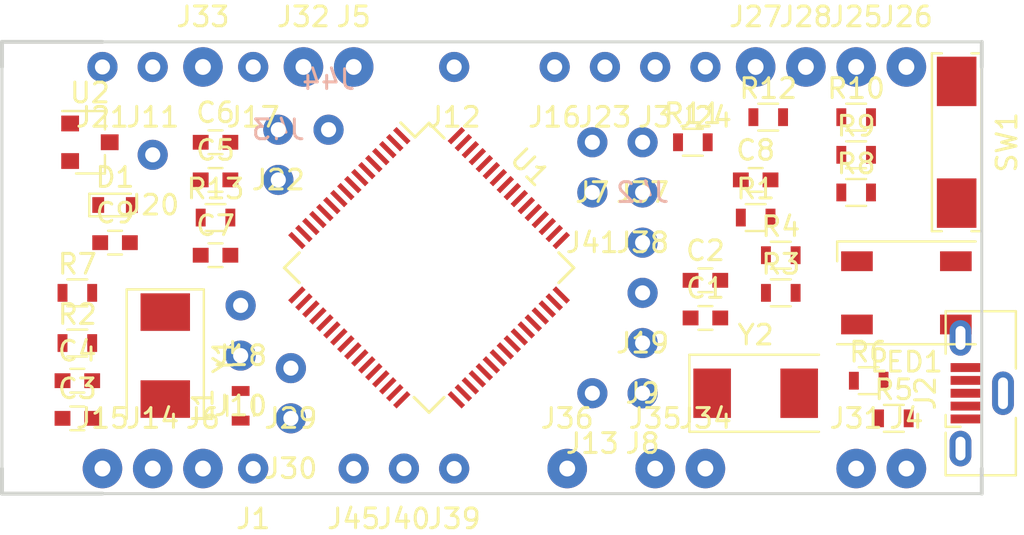
<source format=kicad_pcb>
(kicad_pcb (version 4) (host pcbnew 4.0.6)

  (general
    (links 109)
    (no_connects 109)
    (area 137.897619 70.145 199.922382 97.595)
    (thickness 1.6)
    (drawings 20)
    (tracks 0)
    (zones 0)
    (modules 75)
    (nets 69)
  )

  (page A4)
  (layers
    (0 F.Cu signal)
    (31 B.Cu signal)
    (32 B.Adhes user)
    (33 F.Adhes user)
    (34 B.Paste user)
    (35 F.Paste user)
    (36 B.SilkS user)
    (37 F.SilkS user)
    (38 B.Mask user)
    (39 F.Mask user)
    (40 Dwgs.User user)
    (41 Cmts.User user)
    (42 Eco1.User user hide)
    (43 Eco2.User user hide)
    (44 Edge.Cuts user)
    (45 Margin user)
    (46 B.CrtYd user)
    (47 F.CrtYd user)
    (48 B.Fab user)
    (49 F.Fab user)
  )

  (setup
    (last_trace_width 0.25)
    (trace_clearance 0.2)
    (zone_clearance 0.508)
    (zone_45_only no)
    (trace_min 0.2)
    (segment_width 0.2)
    (edge_width 0.2)
    (via_size 0.6)
    (via_drill 0.4)
    (via_min_size 0.4)
    (via_min_drill 0.3)
    (uvia_size 0.3)
    (uvia_drill 0.1)
    (uvias_allowed no)
    (uvia_min_size 0.2)
    (uvia_min_drill 0.1)
    (pcb_text_width 0.3)
    (pcb_text_size 1.5 1.5)
    (mod_edge_width 0.15)
    (mod_text_size 1 1)
    (mod_text_width 0.15)
    (pad_size 1.524 1.524)
    (pad_drill 0.762)
    (pad_to_mask_clearance 0.2)
    (aux_axis_origin 0 0)
    (visible_elements 7FFCF7FF)
    (pcbplotparams
      (layerselection 0x00030_80000001)
      (usegerberextensions false)
      (excludeedgelayer true)
      (linewidth 0.100000)
      (plotframeref false)
      (viasonmask false)
      (mode 1)
      (useauxorigin false)
      (hpglpennumber 1)
      (hpglpenspeed 20)
      (hpglpendiameter 15)
      (hpglpenoverlay 2)
      (psnegative false)
      (psa4output false)
      (plotreference true)
      (plotvalue true)
      (plotinvisibletext false)
      (padsonsilk false)
      (subtractmaskfromsilk false)
      (outputformat 1)
      (mirror false)
      (drillshape 1)
      (scaleselection 1)
      (outputdirectory ""))
  )

  (net 0 "")
  (net 1 "Net-(C1-Pad1)")
  (net 2 gnd)
  (net 3 "Net-(C2-Pad1)")
  (net 4 "Net-(C3-Pad2)")
  (net 5 "Net-(C4-Pad1)")
  (net 6 "Net-(C5-Pad1)")
  (net 7 "Net-(C6-Pad1)")
  (net 8 A3v3)
  (net 9 vbus)
  (net 10 3.3v)
  (net 11 "Net-(D1-Pad2)")
  (net 12 "Net-(J2-Pad3)")
  (net 13 "Net-(J2-Pad4)")
  (net 14 "Net-(J2-Pad2)")
  (net 15 "Net-(J2-Pad1)")
  (net 16 PB1)
  (net 17 PD2_sd)
  (net 18 PC8_sd)
  (net 19 PC9_sd)
  (net 20 PC10_sd)
  (net 21 PB8)
  (net 22 PB9)
  (net 23 PB12)
  (net 24 boot0)
  (net 25 boot1)
  (net 26 PC0)
  (net 27 PC13)
  (net 28 PC12_sd)
  (net 29 PC11_sd)
  (net 30 PC1)
  (net 31 PC2)
  (net 32 PC3)
  (net 33 SCL1)
  (net 34 SDA1)
  (net 35 SCL2)
  (net 36 SDA2)
  (net 37 PC4)
  (net 38 PC5)
  (net 39 PC6)
  (net 40 PC7)
  (net 41 PA0)
  (net 42 PA1)
  (net 43 PA2)
  (net 44 PA3)
  (net 45 PA4)
  (net 46 PA5)
  (net 47 PA6)
  (net 48 PA7)
  (net 49 PA8_sd)
  (net 50 PB13)
  (net 51 PB14)
  (net 52 PB15)
  (net 53 PB0)
  (net 54 PB4)
  (net 55 neo_out)
  (net 56 "Net-(LED1-Pad1)")
  (net 57 D+)
  (net 58 D-)
  (net 59 "Net-(R8-Pad1)")
  (net 60 "Net-(R8-Pad2)")
  (net 61 vbat)
  (net 62 "Net-(U1-Pad26)")
  (net 63 "Net-(U1-Pad27)")
  (net 64 ID)
  (net 65 PA13)
  (net 66 PA14)
  (net 67 PA15)
  (net 68 PB5)

  (net_class Default "This is the default net class."
    (clearance 0.2)
    (trace_width 0.25)
    (via_dia 0.6)
    (via_drill 0.4)
    (uvia_dia 0.3)
    (uvia_drill 0.1)
    (add_net 3.3v)
    (add_net A3v3)
    (add_net D+)
    (add_net D-)
    (add_net ID)
    (add_net "Net-(C1-Pad1)")
    (add_net "Net-(C2-Pad1)")
    (add_net "Net-(C3-Pad2)")
    (add_net "Net-(C4-Pad1)")
    (add_net "Net-(C5-Pad1)")
    (add_net "Net-(C6-Pad1)")
    (add_net "Net-(D1-Pad2)")
    (add_net "Net-(J2-Pad1)")
    (add_net "Net-(J2-Pad2)")
    (add_net "Net-(J2-Pad3)")
    (add_net "Net-(J2-Pad4)")
    (add_net "Net-(LED1-Pad1)")
    (add_net "Net-(R8-Pad1)")
    (add_net "Net-(R8-Pad2)")
    (add_net "Net-(U1-Pad26)")
    (add_net "Net-(U1-Pad27)")
    (add_net PA0)
    (add_net PA1)
    (add_net PA13)
    (add_net PA14)
    (add_net PA15)
    (add_net PA2)
    (add_net PA3)
    (add_net PA4)
    (add_net PA5)
    (add_net PA6)
    (add_net PA7)
    (add_net PA8_sd)
    (add_net PB0)
    (add_net PB1)
    (add_net PB12)
    (add_net PB13)
    (add_net PB14)
    (add_net PB15)
    (add_net PB4)
    (add_net PB5)
    (add_net PB8)
    (add_net PB9)
    (add_net PC0)
    (add_net PC1)
    (add_net PC10_sd)
    (add_net PC11_sd)
    (add_net PC12_sd)
    (add_net PC13)
    (add_net PC2)
    (add_net PC3)
    (add_net PC4)
    (add_net PC5)
    (add_net PC6)
    (add_net PC7)
    (add_net PC8_sd)
    (add_net PC9_sd)
    (add_net PD2_sd)
    (add_net SCL1)
    (add_net SCL2)
    (add_net SDA1)
    (add_net SDA2)
    (add_net boot0)
    (add_net boot1)
    (add_net gnd)
    (add_net neo_out)
    (add_net vbat)
    (add_net vbus)
  )

  (module Capacitors_SMD:C_0603 placed (layer F.Cu) (tedit 58AA844E) (tstamp 5967CF85)
    (at 181.61 86.36)
    (descr "Capacitor SMD 0603, reflow soldering, AVX (see smccp.pdf)")
    (tags "capacitor 0603")
    (path /5955D578)
    (attr smd)
    (fp_text reference C1 (at 0 -1.5) (layer F.SilkS)
      (effects (font (size 1 1) (thickness 0.15)))
    )
    (fp_text value 2p2 (at 0 1.5) (layer F.Fab)
      (effects (font (size 1 1) (thickness 0.15)))
    )
    (fp_text user %R (at 0 -1.5) (layer F.Fab)
      (effects (font (size 1 1) (thickness 0.15)))
    )
    (fp_line (start -0.8 0.4) (end -0.8 -0.4) (layer F.Fab) (width 0.1))
    (fp_line (start 0.8 0.4) (end -0.8 0.4) (layer F.Fab) (width 0.1))
    (fp_line (start 0.8 -0.4) (end 0.8 0.4) (layer F.Fab) (width 0.1))
    (fp_line (start -0.8 -0.4) (end 0.8 -0.4) (layer F.Fab) (width 0.1))
    (fp_line (start -0.35 -0.6) (end 0.35 -0.6) (layer F.SilkS) (width 0.12))
    (fp_line (start 0.35 0.6) (end -0.35 0.6) (layer F.SilkS) (width 0.12))
    (fp_line (start -1.4 -0.65) (end 1.4 -0.65) (layer F.CrtYd) (width 0.05))
    (fp_line (start -1.4 -0.65) (end -1.4 0.65) (layer F.CrtYd) (width 0.05))
    (fp_line (start 1.4 0.65) (end 1.4 -0.65) (layer F.CrtYd) (width 0.05))
    (fp_line (start 1.4 0.65) (end -1.4 0.65) (layer F.CrtYd) (width 0.05))
    (pad 1 smd rect (at -0.75 0) (size 0.8 0.75) (layers F.Cu F.Paste F.Mask)
      (net 1 "Net-(C1-Pad1)"))
    (pad 2 smd rect (at 0.75 0) (size 0.8 0.75) (layers F.Cu F.Paste F.Mask)
      (net 2 gnd))
    (model Capacitors_SMD.3dshapes/C_0603.wrl
      (at (xyz 0 0 0))
      (scale (xyz 1 1 1))
      (rotate (xyz 0 0 0))
    )
  )

  (module Capacitors_SMD:C_0603 placed (layer F.Cu) (tedit 58AA844E) (tstamp 5967CF96)
    (at 181.61 84.455)
    (descr "Capacitor SMD 0603, reflow soldering, AVX (see smccp.pdf)")
    (tags "capacitor 0603")
    (path /5955D5E1)
    (attr smd)
    (fp_text reference C2 (at 0 -1.5) (layer F.SilkS)
      (effects (font (size 1 1) (thickness 0.15)))
    )
    (fp_text value 2p2 (at 0 1.5) (layer F.Fab)
      (effects (font (size 1 1) (thickness 0.15)))
    )
    (fp_text user %R (at 0 -1.5) (layer F.Fab)
      (effects (font (size 1 1) (thickness 0.15)))
    )
    (fp_line (start -0.8 0.4) (end -0.8 -0.4) (layer F.Fab) (width 0.1))
    (fp_line (start 0.8 0.4) (end -0.8 0.4) (layer F.Fab) (width 0.1))
    (fp_line (start 0.8 -0.4) (end 0.8 0.4) (layer F.Fab) (width 0.1))
    (fp_line (start -0.8 -0.4) (end 0.8 -0.4) (layer F.Fab) (width 0.1))
    (fp_line (start -0.35 -0.6) (end 0.35 -0.6) (layer F.SilkS) (width 0.12))
    (fp_line (start 0.35 0.6) (end -0.35 0.6) (layer F.SilkS) (width 0.12))
    (fp_line (start -1.4 -0.65) (end 1.4 -0.65) (layer F.CrtYd) (width 0.05))
    (fp_line (start -1.4 -0.65) (end -1.4 0.65) (layer F.CrtYd) (width 0.05))
    (fp_line (start 1.4 0.65) (end 1.4 -0.65) (layer F.CrtYd) (width 0.05))
    (fp_line (start 1.4 0.65) (end -1.4 0.65) (layer F.CrtYd) (width 0.05))
    (pad 1 smd rect (at -0.75 0) (size 0.8 0.75) (layers F.Cu F.Paste F.Mask)
      (net 3 "Net-(C2-Pad1)"))
    (pad 2 smd rect (at 0.75 0) (size 0.8 0.75) (layers F.Cu F.Paste F.Mask)
      (net 2 gnd))
    (model Capacitors_SMD.3dshapes/C_0603.wrl
      (at (xyz 0 0 0))
      (scale (xyz 1 1 1))
      (rotate (xyz 0 0 0))
    )
  )

  (module Capacitors_SMD:C_0603 placed (layer F.Cu) (tedit 58AA844E) (tstamp 5967CFA7)
    (at 149.86 91.44)
    (descr "Capacitor SMD 0603, reflow soldering, AVX (see smccp.pdf)")
    (tags "capacitor 0603")
    (path /5954F52E)
    (attr smd)
    (fp_text reference C3 (at 0 -1.5) (layer F.SilkS)
      (effects (font (size 1 1) (thickness 0.15)))
    )
    (fp_text value 18p (at 0 1.5) (layer F.Fab)
      (effects (font (size 1 1) (thickness 0.15)))
    )
    (fp_text user %R (at 0 -1.5) (layer F.Fab)
      (effects (font (size 1 1) (thickness 0.15)))
    )
    (fp_line (start -0.8 0.4) (end -0.8 -0.4) (layer F.Fab) (width 0.1))
    (fp_line (start 0.8 0.4) (end -0.8 0.4) (layer F.Fab) (width 0.1))
    (fp_line (start 0.8 -0.4) (end 0.8 0.4) (layer F.Fab) (width 0.1))
    (fp_line (start -0.8 -0.4) (end 0.8 -0.4) (layer F.Fab) (width 0.1))
    (fp_line (start -0.35 -0.6) (end 0.35 -0.6) (layer F.SilkS) (width 0.12))
    (fp_line (start 0.35 0.6) (end -0.35 0.6) (layer F.SilkS) (width 0.12))
    (fp_line (start -1.4 -0.65) (end 1.4 -0.65) (layer F.CrtYd) (width 0.05))
    (fp_line (start -1.4 -0.65) (end -1.4 0.65) (layer F.CrtYd) (width 0.05))
    (fp_line (start 1.4 0.65) (end 1.4 -0.65) (layer F.CrtYd) (width 0.05))
    (fp_line (start 1.4 0.65) (end -1.4 0.65) (layer F.CrtYd) (width 0.05))
    (pad 1 smd rect (at -0.75 0) (size 0.8 0.75) (layers F.Cu F.Paste F.Mask)
      (net 2 gnd))
    (pad 2 smd rect (at 0.75 0) (size 0.8 0.75) (layers F.Cu F.Paste F.Mask)
      (net 4 "Net-(C3-Pad2)"))
    (model Capacitors_SMD.3dshapes/C_0603.wrl
      (at (xyz 0 0 0))
      (scale (xyz 1 1 1))
      (rotate (xyz 0 0 0))
    )
  )

  (module Capacitors_SMD:C_0603 placed (layer F.Cu) (tedit 58AA844E) (tstamp 5967CFB8)
    (at 149.86 89.535)
    (descr "Capacitor SMD 0603, reflow soldering, AVX (see smccp.pdf)")
    (tags "capacitor 0603")
    (path /5954F57D)
    (attr smd)
    (fp_text reference C4 (at 0 -1.5) (layer F.SilkS)
      (effects (font (size 1 1) (thickness 0.15)))
    )
    (fp_text value 18p (at 0 1.5) (layer F.Fab)
      (effects (font (size 1 1) (thickness 0.15)))
    )
    (fp_text user %R (at 0 -1.5) (layer F.Fab)
      (effects (font (size 1 1) (thickness 0.15)))
    )
    (fp_line (start -0.8 0.4) (end -0.8 -0.4) (layer F.Fab) (width 0.1))
    (fp_line (start 0.8 0.4) (end -0.8 0.4) (layer F.Fab) (width 0.1))
    (fp_line (start 0.8 -0.4) (end 0.8 0.4) (layer F.Fab) (width 0.1))
    (fp_line (start -0.8 -0.4) (end 0.8 -0.4) (layer F.Fab) (width 0.1))
    (fp_line (start -0.35 -0.6) (end 0.35 -0.6) (layer F.SilkS) (width 0.12))
    (fp_line (start 0.35 0.6) (end -0.35 0.6) (layer F.SilkS) (width 0.12))
    (fp_line (start -1.4 -0.65) (end 1.4 -0.65) (layer F.CrtYd) (width 0.05))
    (fp_line (start -1.4 -0.65) (end -1.4 0.65) (layer F.CrtYd) (width 0.05))
    (fp_line (start 1.4 0.65) (end 1.4 -0.65) (layer F.CrtYd) (width 0.05))
    (fp_line (start 1.4 0.65) (end -1.4 0.65) (layer F.CrtYd) (width 0.05))
    (pad 1 smd rect (at -0.75 0) (size 0.8 0.75) (layers F.Cu F.Paste F.Mask)
      (net 5 "Net-(C4-Pad1)"))
    (pad 2 smd rect (at 0.75 0) (size 0.8 0.75) (layers F.Cu F.Paste F.Mask)
      (net 2 gnd))
    (model Capacitors_SMD.3dshapes/C_0603.wrl
      (at (xyz 0 0 0))
      (scale (xyz 1 1 1))
      (rotate (xyz 0 0 0))
    )
  )

  (module Capacitors_SMD:C_0603 placed (layer F.Cu) (tedit 58AA844E) (tstamp 5967CFC9)
    (at 156.845 79.375)
    (descr "Capacitor SMD 0603, reflow soldering, AVX (see smccp.pdf)")
    (tags "capacitor 0603")
    (path /5954F320)
    (attr smd)
    (fp_text reference C5 (at 0 -1.5) (layer F.SilkS)
      (effects (font (size 1 1) (thickness 0.15)))
    )
    (fp_text value 2u2 (at 0 1.5) (layer F.Fab)
      (effects (font (size 1 1) (thickness 0.15)))
    )
    (fp_text user %R (at 0 -1.5) (layer F.Fab)
      (effects (font (size 1 1) (thickness 0.15)))
    )
    (fp_line (start -0.8 0.4) (end -0.8 -0.4) (layer F.Fab) (width 0.1))
    (fp_line (start 0.8 0.4) (end -0.8 0.4) (layer F.Fab) (width 0.1))
    (fp_line (start 0.8 -0.4) (end 0.8 0.4) (layer F.Fab) (width 0.1))
    (fp_line (start -0.8 -0.4) (end 0.8 -0.4) (layer F.Fab) (width 0.1))
    (fp_line (start -0.35 -0.6) (end 0.35 -0.6) (layer F.SilkS) (width 0.12))
    (fp_line (start 0.35 0.6) (end -0.35 0.6) (layer F.SilkS) (width 0.12))
    (fp_line (start -1.4 -0.65) (end 1.4 -0.65) (layer F.CrtYd) (width 0.05))
    (fp_line (start -1.4 -0.65) (end -1.4 0.65) (layer F.CrtYd) (width 0.05))
    (fp_line (start 1.4 0.65) (end 1.4 -0.65) (layer F.CrtYd) (width 0.05))
    (fp_line (start 1.4 0.65) (end -1.4 0.65) (layer F.CrtYd) (width 0.05))
    (pad 1 smd rect (at -0.75 0) (size 0.8 0.75) (layers F.Cu F.Paste F.Mask)
      (net 6 "Net-(C5-Pad1)"))
    (pad 2 smd rect (at 0.75 0) (size 0.8 0.75) (layers F.Cu F.Paste F.Mask)
      (net 2 gnd))
    (model Capacitors_SMD.3dshapes/C_0603.wrl
      (at (xyz 0 0 0))
      (scale (xyz 1 1 1))
      (rotate (xyz 0 0 0))
    )
  )

  (module Capacitors_SMD:C_0603 placed (layer F.Cu) (tedit 58AA844E) (tstamp 5967CFDA)
    (at 156.845 77.47)
    (descr "Capacitor SMD 0603, reflow soldering, AVX (see smccp.pdf)")
    (tags "capacitor 0603")
    (path /5954F349)
    (attr smd)
    (fp_text reference C6 (at 0 -1.5) (layer F.SilkS)
      (effects (font (size 1 1) (thickness 0.15)))
    )
    (fp_text value 2u2 (at 0 1.5) (layer F.Fab)
      (effects (font (size 1 1) (thickness 0.15)))
    )
    (fp_text user %R (at 0 -1.5) (layer F.Fab)
      (effects (font (size 1 1) (thickness 0.15)))
    )
    (fp_line (start -0.8 0.4) (end -0.8 -0.4) (layer F.Fab) (width 0.1))
    (fp_line (start 0.8 0.4) (end -0.8 0.4) (layer F.Fab) (width 0.1))
    (fp_line (start 0.8 -0.4) (end 0.8 0.4) (layer F.Fab) (width 0.1))
    (fp_line (start -0.8 -0.4) (end 0.8 -0.4) (layer F.Fab) (width 0.1))
    (fp_line (start -0.35 -0.6) (end 0.35 -0.6) (layer F.SilkS) (width 0.12))
    (fp_line (start 0.35 0.6) (end -0.35 0.6) (layer F.SilkS) (width 0.12))
    (fp_line (start -1.4 -0.65) (end 1.4 -0.65) (layer F.CrtYd) (width 0.05))
    (fp_line (start -1.4 -0.65) (end -1.4 0.65) (layer F.CrtYd) (width 0.05))
    (fp_line (start 1.4 0.65) (end 1.4 -0.65) (layer F.CrtYd) (width 0.05))
    (fp_line (start 1.4 0.65) (end -1.4 0.65) (layer F.CrtYd) (width 0.05))
    (pad 1 smd rect (at -0.75 0) (size 0.8 0.75) (layers F.Cu F.Paste F.Mask)
      (net 7 "Net-(C6-Pad1)"))
    (pad 2 smd rect (at 0.75 0) (size 0.8 0.75) (layers F.Cu F.Paste F.Mask)
      (net 2 gnd))
    (model Capacitors_SMD.3dshapes/C_0603.wrl
      (at (xyz 0 0 0))
      (scale (xyz 1 1 1))
      (rotate (xyz 0 0 0))
    )
  )

  (module Capacitors_SMD:C_0603 placed (layer F.Cu) (tedit 58AA844E) (tstamp 5967CFEB)
    (at 156.845 83.185)
    (descr "Capacitor SMD 0603, reflow soldering, AVX (see smccp.pdf)")
    (tags "capacitor 0603")
    (path /595501E5)
    (attr smd)
    (fp_text reference C7 (at 0 -1.5) (layer F.SilkS)
      (effects (font (size 1 1) (thickness 0.15)))
    )
    (fp_text value 4u7 (at 0 1.5) (layer F.Fab)
      (effects (font (size 1 1) (thickness 0.15)))
    )
    (fp_text user %R (at 0 -1.5) (layer F.Fab)
      (effects (font (size 1 1) (thickness 0.15)))
    )
    (fp_line (start -0.8 0.4) (end -0.8 -0.4) (layer F.Fab) (width 0.1))
    (fp_line (start 0.8 0.4) (end -0.8 0.4) (layer F.Fab) (width 0.1))
    (fp_line (start 0.8 -0.4) (end 0.8 0.4) (layer F.Fab) (width 0.1))
    (fp_line (start -0.8 -0.4) (end 0.8 -0.4) (layer F.Fab) (width 0.1))
    (fp_line (start -0.35 -0.6) (end 0.35 -0.6) (layer F.SilkS) (width 0.12))
    (fp_line (start 0.35 0.6) (end -0.35 0.6) (layer F.SilkS) (width 0.12))
    (fp_line (start -1.4 -0.65) (end 1.4 -0.65) (layer F.CrtYd) (width 0.05))
    (fp_line (start -1.4 -0.65) (end -1.4 0.65) (layer F.CrtYd) (width 0.05))
    (fp_line (start 1.4 0.65) (end 1.4 -0.65) (layer F.CrtYd) (width 0.05))
    (fp_line (start 1.4 0.65) (end -1.4 0.65) (layer F.CrtYd) (width 0.05))
    (pad 1 smd rect (at -0.75 0) (size 0.8 0.75) (layers F.Cu F.Paste F.Mask)
      (net 2 gnd))
    (pad 2 smd rect (at 0.75 0) (size 0.8 0.75) (layers F.Cu F.Paste F.Mask)
      (net 8 A3v3))
    (model Capacitors_SMD.3dshapes/C_0603.wrl
      (at (xyz 0 0 0))
      (scale (xyz 1 1 1))
      (rotate (xyz 0 0 0))
    )
  )

  (module Capacitors_SMD:C_0603 placed (layer F.Cu) (tedit 58AA844E) (tstamp 5967CFFC)
    (at 184.15 79.375)
    (descr "Capacitor SMD 0603, reflow soldering, AVX (see smccp.pdf)")
    (tags "capacitor 0603")
    (path /59550164)
    (attr smd)
    (fp_text reference C8 (at 0 -1.5) (layer F.SilkS)
      (effects (font (size 1 1) (thickness 0.15)))
    )
    (fp_text value 100n (at 0 1.5) (layer F.Fab)
      (effects (font (size 1 1) (thickness 0.15)))
    )
    (fp_text user %R (at 0 -1.5) (layer F.Fab)
      (effects (font (size 1 1) (thickness 0.15)))
    )
    (fp_line (start -0.8 0.4) (end -0.8 -0.4) (layer F.Fab) (width 0.1))
    (fp_line (start 0.8 0.4) (end -0.8 0.4) (layer F.Fab) (width 0.1))
    (fp_line (start 0.8 -0.4) (end 0.8 0.4) (layer F.Fab) (width 0.1))
    (fp_line (start -0.8 -0.4) (end 0.8 -0.4) (layer F.Fab) (width 0.1))
    (fp_line (start -0.35 -0.6) (end 0.35 -0.6) (layer F.SilkS) (width 0.12))
    (fp_line (start 0.35 0.6) (end -0.35 0.6) (layer F.SilkS) (width 0.12))
    (fp_line (start -1.4 -0.65) (end 1.4 -0.65) (layer F.CrtYd) (width 0.05))
    (fp_line (start -1.4 -0.65) (end -1.4 0.65) (layer F.CrtYd) (width 0.05))
    (fp_line (start 1.4 0.65) (end 1.4 -0.65) (layer F.CrtYd) (width 0.05))
    (fp_line (start 1.4 0.65) (end -1.4 0.65) (layer F.CrtYd) (width 0.05))
    (pad 1 smd rect (at -0.75 0) (size 0.8 0.75) (layers F.Cu F.Paste F.Mask)
      (net 2 gnd))
    (pad 2 smd rect (at 0.75 0) (size 0.8 0.75) (layers F.Cu F.Paste F.Mask)
      (net 8 A3v3))
    (model Capacitors_SMD.3dshapes/C_0603.wrl
      (at (xyz 0 0 0))
      (scale (xyz 1 1 1))
      (rotate (xyz 0 0 0))
    )
  )

  (module Capacitors_SMD:C_0603 placed (layer F.Cu) (tedit 58AA844E) (tstamp 5967D00D)
    (at 151.765 82.55)
    (descr "Capacitor SMD 0603, reflow soldering, AVX (see smccp.pdf)")
    (tags "capacitor 0603")
    (path /596980D3)
    (attr smd)
    (fp_text reference C9 (at 0 -1.5) (layer F.SilkS)
      (effects (font (size 1 1) (thickness 0.15)))
    )
    (fp_text value C (at 0 1.5) (layer F.Fab)
      (effects (font (size 1 1) (thickness 0.15)))
    )
    (fp_text user %R (at 0 -1.5) (layer F.Fab)
      (effects (font (size 1 1) (thickness 0.15)))
    )
    (fp_line (start -0.8 0.4) (end -0.8 -0.4) (layer F.Fab) (width 0.1))
    (fp_line (start 0.8 0.4) (end -0.8 0.4) (layer F.Fab) (width 0.1))
    (fp_line (start 0.8 -0.4) (end 0.8 0.4) (layer F.Fab) (width 0.1))
    (fp_line (start -0.8 -0.4) (end 0.8 -0.4) (layer F.Fab) (width 0.1))
    (fp_line (start -0.35 -0.6) (end 0.35 -0.6) (layer F.SilkS) (width 0.12))
    (fp_line (start 0.35 0.6) (end -0.35 0.6) (layer F.SilkS) (width 0.12))
    (fp_line (start -1.4 -0.65) (end 1.4 -0.65) (layer F.CrtYd) (width 0.05))
    (fp_line (start -1.4 -0.65) (end -1.4 0.65) (layer F.CrtYd) (width 0.05))
    (fp_line (start 1.4 0.65) (end 1.4 -0.65) (layer F.CrtYd) (width 0.05))
    (fp_line (start 1.4 0.65) (end -1.4 0.65) (layer F.CrtYd) (width 0.05))
    (pad 1 smd rect (at -0.75 0) (size 0.8 0.75) (layers F.Cu F.Paste F.Mask)
      (net 2 gnd))
    (pad 2 smd rect (at 0.75 0) (size 0.8 0.75) (layers F.Cu F.Paste F.Mask)
      (net 9 vbus))
    (model Capacitors_SMD.3dshapes/C_0603.wrl
      (at (xyz 0 0 0))
      (scale (xyz 1 1 1))
      (rotate (xyz 0 0 0))
    )
  )

  (module Diodes_SMD:D_0603 placed (layer F.Cu) (tedit 590CE922) (tstamp 5967D025)
    (at 151.765 80.645)
    (descr "Diode SMD in 0603 package http://datasheets.avx.com/schottky.pdf")
    (tags "smd diode")
    (path /5969C8D7)
    (attr smd)
    (fp_text reference D1 (at 0 -1.4) (layer F.SilkS)
      (effects (font (size 1 1) (thickness 0.15)))
    )
    (fp_text value DIODE (at 0 1.4) (layer F.Fab)
      (effects (font (size 1 1) (thickness 0.15)))
    )
    (fp_text user %R (at 0 -1.4) (layer F.Fab)
      (effects (font (size 1 1) (thickness 0.15)))
    )
    (fp_line (start -1.3 -0.57) (end -1.3 0.57) (layer F.SilkS) (width 0.12))
    (fp_line (start 1.4 0.67) (end 1.4 -0.67) (layer F.CrtYd) (width 0.05))
    (fp_line (start -1.4 0.67) (end 1.4 0.67) (layer F.CrtYd) (width 0.05))
    (fp_line (start -1.4 -0.67) (end -1.4 0.67) (layer F.CrtYd) (width 0.05))
    (fp_line (start 1.4 -0.67) (end -1.4 -0.67) (layer F.CrtYd) (width 0.05))
    (fp_line (start 0.2 0) (end 0.4 0) (layer F.Fab) (width 0.1))
    (fp_line (start -0.1 0) (end -0.3 0) (layer F.Fab) (width 0.1))
    (fp_line (start -0.1 -0.2) (end -0.1 0.2) (layer F.Fab) (width 0.1))
    (fp_line (start 0.2 0.2) (end 0.2 -0.2) (layer F.Fab) (width 0.1))
    (fp_line (start -0.1 0) (end 0.2 0.2) (layer F.Fab) (width 0.1))
    (fp_line (start 0.2 -0.2) (end -0.1 0) (layer F.Fab) (width 0.1))
    (fp_line (start -0.8 0.45) (end -0.8 -0.45) (layer F.Fab) (width 0.1))
    (fp_line (start 0.8 0.45) (end -0.8 0.45) (layer F.Fab) (width 0.1))
    (fp_line (start 0.8 -0.45) (end 0.8 0.45) (layer F.Fab) (width 0.1))
    (fp_line (start -0.8 -0.45) (end 0.8 -0.45) (layer F.Fab) (width 0.1))
    (fp_line (start -1.3 0.57) (end 0.8 0.57) (layer F.SilkS) (width 0.12))
    (fp_line (start -1.3 -0.57) (end 0.8 -0.57) (layer F.SilkS) (width 0.12))
    (pad 1 smd rect (at -0.85 0) (size 0.6 0.8) (layers F.Cu F.Paste F.Mask)
      (net 10 3.3v))
    (pad 2 smd rect (at 0.85 0) (size 0.6 0.8) (layers F.Cu F.Paste F.Mask)
      (net 11 "Net-(D1-Pad2)"))
    (model ${KISYS3DMOD}/Diodes_SMD.3dshapes/D_0603.wrl
      (at (xyz 0 0 0))
      (scale (xyz 1 1 1))
      (rotate (xyz 0 0 0))
    )
  )

  (module testpoint:testpoint placed (layer F.Cu) (tedit 5967BC5B) (tstamp 5967D02A)
    (at 158.75 93.98)
    (tags testpoint)
    (path /596E07AA)
    (fp_text reference J1 (at 0 2.54) (layer F.SilkS)
      (effects (font (size 1 1) (thickness 0.15)))
    )
    (fp_text value a3v3 (at 0 -1.905) (layer F.Fab)
      (effects (font (size 1 1) (thickness 0.15)))
    )
    (pad 1 thru_hole circle (at 0 0) (size 1.524 1.524) (drill 0.762) (layers *.Cu *.Mask)
      (net 8 A3v3))
  )

  (module Connectors_USB:USB_Micro-B_Vertical_Molex-105133-0001 placed (layer F.Cu) (tedit 59402B8E) (tstamp 5967D04C)
    (at 195.58 90.17 90)
    (descr "Molex Vertical Micro USB Typ-B (http://www.molex.com/pdm_docs/sd/1051330001_sd.pdf)")
    (tags "Micro-USB SMD Typ-B Vertical")
    (path /59554474)
    (attr smd)
    (fp_text reference J2 (at 0 -2.85 90) (layer F.SilkS)
      (effects (font (size 1 1) (thickness 0.15)))
    )
    (fp_text value USB_OTG (at -0.025 3 90) (layer F.Fab)
      (effects (font (size 1 1) (thickness 0.15)))
    )
    (fp_text user %R (at 0 -0.375 90) (layer F.Fab)
      (effects (font (size 1 1) (thickness 0.15)))
    )
    (fp_line (start -4 1.565) (end -4 -1.435) (layer F.Fab) (width 0.1))
    (fp_line (start 4 1.565) (end 4 -1.435) (layer F.Fab) (width 0.1))
    (fp_line (start -4 1.565) (end 4 1.565) (layer F.Fab) (width 0.1))
    (fp_line (start 4 -1.435) (end -4 -1.435) (layer F.Fab) (width 0.1))
    (fp_line (start -1.7 -1.075) (end -1.7 -1.825) (layer F.SilkS) (width 0.12))
    (fp_line (start -1.7 -1.825) (end -1.1 -1.825) (layer F.SilkS) (width 0.12))
    (fp_line (start -2 -1.825) (end -4.15 -1.825) (layer F.SilkS) (width 0.12))
    (fp_line (start 4.15 -1.825) (end 4.15 1.725) (layer F.SilkS) (width 0.12))
    (fp_line (start -4.15 1.725) (end -1.25 1.725) (layer F.SilkS) (width 0.12))
    (fp_line (start -4.15 -1.825) (end -4.15 1.725) (layer F.SilkS) (width 0.12))
    (fp_line (start 4.15 1.725) (end 1.25 1.725) (layer F.SilkS) (width 0.12))
    (fp_line (start 2 -1.825) (end 4.15 -1.825) (layer F.SilkS) (width 0.12))
    (fp_line (start -1.3 -1.675) (end -1.525 -1.85) (layer F.Fab) (width 0.1))
    (fp_line (start -1.525 -2.075) (end -1.075 -2.075) (layer F.Fab) (width 0.1))
    (fp_line (start -1.3 -1.675) (end -1.075 -1.85) (layer F.Fab) (width 0.1))
    (fp_line (start -1.525 -1.85) (end -1.525 -2.075) (layer F.Fab) (width 0.1))
    (fp_line (start -1.075 -2.075) (end -1.075 -1.85) (layer F.Fab) (width 0.1))
    (fp_line (start -4.5 2.13) (end -4.5 -2.13) (layer F.CrtYd) (width 0.05))
    (fp_line (start -4.5 -2.13) (end 4.5 -2.13) (layer F.CrtYd) (width 0.05))
    (fp_line (start -4.5 2.13) (end 4.5 2.13) (layer F.CrtYd) (width 0.05))
    (fp_line (start 4.5 2.13) (end 4.5 -2.13) (layer F.CrtYd) (width 0.05))
    (pad 3 smd rect (at 0 -0.825 90) (size 0.45 1.5) (layers F.Cu F.Paste F.Mask)
      (net 12 "Net-(J2-Pad3)"))
    (pad 4 smd rect (at 0.65 -0.825 90) (size 0.45 1.5) (layers F.Cu F.Paste F.Mask)
      (net 13 "Net-(J2-Pad4)"))
    (pad 2 smd rect (at -0.65 -0.825 90) (size 0.45 1.5) (layers F.Cu F.Paste F.Mask)
      (net 14 "Net-(J2-Pad2)"))
    (pad 5 smd rect (at 1.3 -0.825 90) (size 0.45 1.5) (layers F.Cu F.Paste F.Mask)
      (net 2 gnd))
    (pad 1 smd rect (at -1.3 -0.825 90) (size 0.45 1.5) (layers F.Cu F.Paste F.Mask)
      (net 15 "Net-(J2-Pad1)"))
    (pad 6 thru_hole oval (at -2.8 -1.075 90) (size 1.8 1.1) (drill oval 1.2 0.5) (layers *.Cu *.Mask)
      (net 2 gnd))
    (pad 6 thru_hole oval (at 2.8 -1.075 90) (size 1.8 1.1) (drill oval 1.2 0.5) (layers *.Cu *.Mask)
      (net 2 gnd))
    (pad 6 thru_hole oval (at 0 1.075 90) (size 2.2 1.1) (drill oval 1.6 0.5) (layers *.Cu *.Mask)
      (net 2 gnd))
    (model ${KISYS3DMOD}/Connectors_USB.3dshapes/USB_Micro-B_Vertical_Molex-105133-0001.step
      (at (xyz 0 0 0))
      (scale (xyz 1 1 1))
      (rotate (xyz 0 0 0))
    )
  )

  (module Wire_Pads:SolderWirePad_single_0-8mmDrill placed (layer F.Cu) (tedit 0) (tstamp 5967D056)
    (at 191.77 93.98)
    (path /596D2624)
    (fp_text reference J4 (at 0 -2.54) (layer F.SilkS)
      (effects (font (size 1 1) (thickness 0.15)))
    )
    (fp_text value GND (at 0 2.54) (layer F.Fab)
      (effects (font (size 1 1) (thickness 0.15)))
    )
    (pad 1 thru_hole circle (at 0 0) (size 1.99898 1.99898) (drill 0.8001) (layers *.Cu *.Mask)
      (net 2 gnd))
  )

  (module Wire_Pads:SolderWirePad_single_0-8mmDrill placed (layer F.Cu) (tedit 0) (tstamp 5967D05B)
    (at 163.83 73.66)
    (path /5956FAFD)
    (fp_text reference J5 (at 0 -2.54) (layer F.SilkS)
      (effects (font (size 1 1) (thickness 0.15)))
    )
    (fp_text value CONN_01X01_FEMALE (at 0 2.54) (layer F.Fab)
      (effects (font (size 1 1) (thickness 0.15)))
    )
    (pad 1 thru_hole circle (at 0 0) (size 1.99898 1.99898) (drill 0.8001) (layers *.Cu *.Mask)
      (net 61 vbat))
  )

  (module Wire_Pads:SolderWirePad_single_0-8mmDrill placed (layer F.Cu) (tedit 0) (tstamp 5967D060)
    (at 156.21 93.98)
    (path /5956FB74)
    (fp_text reference J6 (at 0 -2.54) (layer F.SilkS)
      (effects (font (size 1 1) (thickness 0.15)))
    )
    (fp_text value CONN_01X01_FEMALE (at 0 2.54) (layer F.Fab)
      (effects (font (size 1 1) (thickness 0.15)))
    )
    (pad 1 thru_hole circle (at 0 0) (size 1.99898 1.99898) (drill 0.8001) (layers *.Cu *.Mask)
      (net 10 3.3v))
  )

  (module Wire_Pads:SolderWirePad_single_0-8mmDrill placed (layer F.Cu) (tedit 0) (tstamp 5967D088)
    (at 153.67 93.98)
    (path /5956F443)
    (fp_text reference J14 (at 0 -2.54) (layer F.SilkS)
      (effects (font (size 1 1) (thickness 0.15)))
    )
    (fp_text value CONN_01X01_FEMALE (at 0 2.54) (layer F.Fab)
      (effects (font (size 1 1) (thickness 0.15)))
    )
    (pad 1 thru_hole circle (at 0 0) (size 1.99898 1.99898) (drill 0.8001) (layers *.Cu *.Mask)
      (net 24 boot0))
  )

  (module Wire_Pads:SolderWirePad_single_0-8mmDrill placed (layer F.Cu) (tedit 0) (tstamp 5967D08D)
    (at 151.13 93.98)
    (path /5956F70C)
    (fp_text reference J15 (at 0 -2.54) (layer F.SilkS)
      (effects (font (size 1 1) (thickness 0.15)))
    )
    (fp_text value CONN_01X01_FEMALE (at 0 2.54) (layer F.Fab)
      (effects (font (size 1 1) (thickness 0.15)))
    )
    (pad 1 thru_hole circle (at 0 0) (size 1.99898 1.99898) (drill 0.8001) (layers *.Cu *.Mask)
      (net 25 boot1))
  )

  (module Wire_Pads:SolderWirePad_single_0-8mmDrill placed (layer F.Cu) (tedit 0) (tstamp 5967D0BF)
    (at 189.23 73.66)
    (path /5956F985)
    (fp_text reference J25 (at 0 -2.54) (layer F.SilkS)
      (effects (font (size 1 1) (thickness 0.15)))
    )
    (fp_text value CONN_01X01_FEMALE (at 0 2.54) (layer F.Fab)
      (effects (font (size 1 1) (thickness 0.15)))
    )
    (pad 1 thru_hole circle (at 0 0) (size 1.99898 1.99898) (drill 0.8001) (layers *.Cu *.Mask)
      (net 33 SCL1))
  )

  (module Wire_Pads:SolderWirePad_single_0-8mmDrill placed (layer F.Cu) (tedit 0) (tstamp 5967D0C4)
    (at 191.77 73.66)
    (path /5956F9E2)
    (fp_text reference J26 (at 0 -2.54) (layer F.SilkS)
      (effects (font (size 1 1) (thickness 0.15)))
    )
    (fp_text value CONN_01X01_FEMALE (at 0 2.54) (layer F.Fab)
      (effects (font (size 1 1) (thickness 0.15)))
    )
    (pad 1 thru_hole circle (at 0 0) (size 1.99898 1.99898) (drill 0.8001) (layers *.Cu *.Mask)
      (net 34 SDA1))
  )

  (module Wire_Pads:SolderWirePad_single_0-8mmDrill placed (layer F.Cu) (tedit 0) (tstamp 5967D0C9)
    (at 184.15 73.66)
    (path /5956FA3D)
    (fp_text reference J27 (at 0 -2.54) (layer F.SilkS)
      (effects (font (size 1 1) (thickness 0.15)))
    )
    (fp_text value CONN_01X01_FEMALE (at 0 2.54) (layer F.Fab)
      (effects (font (size 1 1) (thickness 0.15)))
    )
    (pad 1 thru_hole circle (at 0 0) (size 1.99898 1.99898) (drill 0.8001) (layers *.Cu *.Mask)
      (net 35 SCL2))
  )

  (module Wire_Pads:SolderWirePad_single_0-8mmDrill placed (layer F.Cu) (tedit 0) (tstamp 5967D0CE)
    (at 186.69 73.66)
    (path /5956FA9E)
    (fp_text reference J28 (at 0 -2.54) (layer F.SilkS)
      (effects (font (size 1 1) (thickness 0.15)))
    )
    (fp_text value CONN_01X01_FEMALE (at 0 2.54) (layer F.Fab)
      (effects (font (size 1 1) (thickness 0.15)))
    )
    (pad 1 thru_hole circle (at 0 0) (size 1.99898 1.99898) (drill 0.8001) (layers *.Cu *.Mask)
      (net 36 SDA2))
  )

  (module Wire_Pads:SolderWirePad_single_0-8mmDrill placed (layer F.Cu) (tedit 0) (tstamp 5967D0DD)
    (at 189.23 93.98)
    (path /595F8FE7)
    (fp_text reference J31 (at 0 -2.54) (layer F.SilkS)
      (effects (font (size 1 1) (thickness 0.15)))
    )
    (fp_text value "usart TX" (at 0 2.54) (layer F.Fab)
      (effects (font (size 1 1) (thickness 0.15)))
    )
    (pad 1 thru_hole circle (at 0 0) (size 1.99898 1.99898) (drill 0.8001) (layers *.Cu *.Mask)
      (net 39 PC6))
  )

  (module Wire_Pads:SolderWirePad_single_0-8mmDrill placed (layer F.Cu) (tedit 0) (tstamp 5967D0E2)
    (at 161.29 73.66)
    (path /595F906C)
    (fp_text reference J32 (at 0 -2.54) (layer F.SilkS)
      (effects (font (size 1 1) (thickness 0.15)))
    )
    (fp_text value "usart RX" (at 0 2.54) (layer F.Fab)
      (effects (font (size 1 1) (thickness 0.15)))
    )
    (pad 1 thru_hole circle (at 0 0) (size 1.99898 1.99898) (drill 0.8001) (layers *.Cu *.Mask)
      (net 40 PC7))
  )

  (module Wire_Pads:SolderWirePad_single_0-8mmDrill placed (layer F.Cu) (tedit 0) (tstamp 5967D0E7)
    (at 156.21 73.66)
    (path /595F90E3)
    (fp_text reference J33 (at 0 -2.54) (layer F.SilkS)
      (effects (font (size 1 1) (thickness 0.15)))
    )
    (fp_text value "uart4 TX" (at 0 2.54) (layer F.Fab)
      (effects (font (size 1 1) (thickness 0.15)))
    )
    (pad 1 thru_hole circle (at 0 0) (size 1.99898 1.99898) (drill 0.8001) (layers *.Cu *.Mask)
      (net 41 PA0))
  )

  (module Wire_Pads:SolderWirePad_single_0-8mmDrill placed (layer F.Cu) (tedit 0) (tstamp 5967D0EC)
    (at 181.61 93.98)
    (path /595F915E)
    (fp_text reference J34 (at 0 -2.54) (layer F.SilkS)
      (effects (font (size 1 1) (thickness 0.15)))
    )
    (fp_text value "uart4 RX" (at 0 2.54) (layer F.Fab)
      (effects (font (size 1 1) (thickness 0.15)))
    )
    (pad 1 thru_hole circle (at 0 0) (size 1.99898 1.99898) (drill 0.8001) (layers *.Cu *.Mask)
      (net 42 PA1))
  )

  (module Wire_Pads:SolderWirePad_single_0-8mmDrill placed (layer F.Cu) (tedit 0) (tstamp 5967D0F1)
    (at 179.07 93.98)
    (path /595F91E3)
    (fp_text reference J35 (at 0 -2.54) (layer F.SilkS)
      (effects (font (size 1 1) (thickness 0.15)))
    )
    (fp_text value "usart TX" (at 0 2.54) (layer F.Fab)
      (effects (font (size 1 1) (thickness 0.15)))
    )
    (pad 1 thru_hole circle (at 0 0) (size 1.99898 1.99898) (drill 0.8001) (layers *.Cu *.Mask)
      (net 43 PA2))
  )

  (module Wire_Pads:SolderWirePad_single_0-8mmDrill placed (layer F.Cu) (tedit 0) (tstamp 5967D0F6)
    (at 174.625 93.98)
    (path /595F926A)
    (fp_text reference J36 (at 0 -2.54) (layer F.SilkS)
      (effects (font (size 1 1) (thickness 0.15)))
    )
    (fp_text value "usart RX" (at 0 2.54) (layer F.Fab)
      (effects (font (size 1 1) (thickness 0.15)))
    )
    (pad 1 thru_hole circle (at 0 0) (size 1.99898 1.99898) (drill 0.8001) (layers *.Cu *.Mask)
      (net 44 PA3))
  )

  (module testpoint:testpoint placed (layer B.Cu) (tedit 5967BC5B) (tstamp 5967D114)
    (at 178.435 82.55)
    (tags testpoint)
    (path /596CD8AE)
    (fp_text reference J42 (at 0 -2.54) (layer B.SilkS)
      (effects (font (size 1 1) (thickness 0.15)) (justify mirror))
    )
    (fp_text value jtag (at 0 1.905) (layer B.Fab)
      (effects (font (size 1 1) (thickness 0.15)) (justify mirror))
    )
    (pad 1 thru_hole circle (at 0 0) (size 1.524 1.524) (drill 0.762) (layers *.Cu *.Mask)
      (net 50 PB13))
  )

  (module testpoint:testpoint placed (layer B.Cu) (tedit 5967BC5B) (tstamp 5967D119)
    (at 160.02 79.375)
    (tags testpoint)
    (path /596CD95F)
    (fp_text reference J43 (at 0 -2.54) (layer B.SilkS)
      (effects (font (size 1 1) (thickness 0.15)) (justify mirror))
    )
    (fp_text value jtag (at 0 1.905) (layer B.Fab)
      (effects (font (size 1 1) (thickness 0.15)) (justify mirror))
    )
    (pad 1 thru_hole circle (at 0 0) (size 1.524 1.524) (drill 0.762) (layers *.Cu *.Mask)
      (net 51 PB14))
  )

  (module testpoint:testpoint placed (layer B.Cu) (tedit 5967BC5B) (tstamp 5967D11E)
    (at 162.56 76.835)
    (tags testpoint)
    (path /596CDA0A)
    (fp_text reference J44 (at 0 -2.54) (layer B.SilkS)
      (effects (font (size 1 1) (thickness 0.15)) (justify mirror))
    )
    (fp_text value jtag (at 0 1.905) (layer B.Fab)
      (effects (font (size 1 1) (thickness 0.15)) (justify mirror))
    )
    (pad 1 thru_hole circle (at 0 0) (size 1.524 1.524) (drill 0.762) (layers *.Cu *.Mask)
      (net 52 PB15))
  )

  (module Inductors_SMD:L_0603 placed (layer F.Cu) (tedit 58307A47) (tstamp 5967D133)
    (at 158.115 90.805 90)
    (descr "Resistor SMD 0603, reflow soldering, Vishay (see dcrcw.pdf)")
    (tags "resistor 0603")
    (path /59550049)
    (attr smd)
    (fp_text reference L1 (at 0 -1.9 90) (layer F.SilkS)
      (effects (font (size 1 1) (thickness 0.15)))
    )
    (fp_text value 1k (at 0 1.9 90) (layer F.Fab)
      (effects (font (size 1 1) (thickness 0.15)))
    )
    (fp_line (start -0.8 0.4) (end -0.8 -0.4) (layer F.Fab) (width 0.1))
    (fp_line (start 0.8 0.4) (end -0.8 0.4) (layer F.Fab) (width 0.1))
    (fp_line (start 0.8 -0.4) (end 0.8 0.4) (layer F.Fab) (width 0.1))
    (fp_line (start -0.8 -0.4) (end 0.8 -0.4) (layer F.Fab) (width 0.1))
    (fp_line (start -1.3 -0.8) (end 1.3 -0.8) (layer F.CrtYd) (width 0.05))
    (fp_line (start -1.3 0.8) (end 1.3 0.8) (layer F.CrtYd) (width 0.05))
    (fp_line (start -1.3 -0.8) (end -1.3 0.8) (layer F.CrtYd) (width 0.05))
    (fp_line (start 1.3 -0.8) (end 1.3 0.8) (layer F.CrtYd) (width 0.05))
    (fp_line (start 0.5 0.68) (end -0.5 0.68) (layer F.SilkS) (width 0.12))
    (fp_line (start -0.5 -0.68) (end 0.5 -0.68) (layer F.SilkS) (width 0.12))
    (pad 1 smd rect (at -0.75 0 90) (size 0.5 0.9) (layers F.Cu F.Paste F.Mask)
      (net 8 A3v3))
    (pad 2 smd rect (at 0.75 0 90) (size 0.5 0.9) (layers F.Cu F.Paste F.Mask)
      (net 10 3.3v))
    (model Inductors_SMD.3dshapes\L_0603.wrl
      (at (xyz 0 0 0))
      (scale (xyz 1 1 1))
      (rotate (xyz 0 0 0))
    )
  )

  (module LEDs:LED_WS2812B-PLCC4 placed (layer F.Cu) (tedit 587A6D9E) (tstamp 5967D148)
    (at 191.77 85.09 180)
    (descr http://www.world-semi.com/uploads/soft/150522/1-150522091P5.pdf)
    (tags "LED NeoPixel")
    (path /596838EF)
    (attr smd)
    (fp_text reference LED1 (at 0 -3.5 180) (layer F.SilkS)
      (effects (font (size 1 1) (thickness 0.15)))
    )
    (fp_text value WS2812B (at 0 4 180) (layer F.Fab)
      (effects (font (size 1 1) (thickness 0.15)))
    )
    (fp_line (start 3.75 -2.85) (end -3.75 -2.85) (layer F.CrtYd) (width 0.05))
    (fp_line (start 3.75 2.85) (end 3.75 -2.85) (layer F.CrtYd) (width 0.05))
    (fp_line (start -3.75 2.85) (end 3.75 2.85) (layer F.CrtYd) (width 0.05))
    (fp_line (start -3.75 -2.85) (end -3.75 2.85) (layer F.CrtYd) (width 0.05))
    (fp_line (start 2.5 1.5) (end 1.5 2.5) (layer F.Fab) (width 0.1))
    (fp_line (start -2.5 -2.5) (end -2.5 2.5) (layer F.Fab) (width 0.1))
    (fp_line (start -2.5 2.5) (end 2.5 2.5) (layer F.Fab) (width 0.1))
    (fp_line (start 2.5 2.5) (end 2.5 -2.5) (layer F.Fab) (width 0.1))
    (fp_line (start 2.5 -2.5) (end -2.5 -2.5) (layer F.Fab) (width 0.1))
    (fp_line (start -3.5 -2.6) (end 3.5 -2.6) (layer F.SilkS) (width 0.12))
    (fp_line (start -3.5 2.6) (end 3.5 2.6) (layer F.SilkS) (width 0.12))
    (fp_line (start 3.5 2.6) (end 3.5 1.6) (layer F.SilkS) (width 0.12))
    (fp_circle (center 0 0) (end 0 -2) (layer F.Fab) (width 0.1))
    (pad 3 smd rect (at 2.5 1.6 180) (size 1.6 1) (layers F.Cu F.Paste F.Mask)
      (net 2 gnd))
    (pad 4 smd rect (at 2.5 -1.6 180) (size 1.6 1) (layers F.Cu F.Paste F.Mask)
      (net 54 PB4))
    (pad 2 smd rect (at -2.5 1.6 180) (size 1.6 1) (layers F.Cu F.Paste F.Mask)
      (net 55 neo_out))
    (pad 1 smd rect (at -2.5 -1.6 180) (size 1.6 1) (layers F.Cu F.Paste F.Mask)
      (net 56 "Net-(LED1-Pad1)"))
    (model ${KISYS3DMOD}/LEDs.3dshapes/LED_WS2812B-PLCC4.wrl
      (at (xyz 0 0 0))
      (scale (xyz 0.39 0.39 0.39))
      (rotate (xyz 0 0 180))
    )
  )

  (module Resistors_SMD:R_0603 placed (layer F.Cu) (tedit 58E0A804) (tstamp 5967D159)
    (at 184.15 81.28)
    (descr "Resistor SMD 0603, reflow soldering, Vishay (see dcrcw.pdf)")
    (tags "resistor 0603")
    (path /5968E973)
    (attr smd)
    (fp_text reference R1 (at 0 -1.45) (layer F.SilkS)
      (effects (font (size 1 1) (thickness 0.15)))
    )
    (fp_text value 300 (at 0 1.5) (layer F.Fab)
      (effects (font (size 1 1) (thickness 0.15)))
    )
    (fp_text user %R (at 0 0) (layer F.Fab)
      (effects (font (size 0.5 0.5) (thickness 0.075)))
    )
    (fp_line (start -0.8 0.4) (end -0.8 -0.4) (layer F.Fab) (width 0.1))
    (fp_line (start 0.8 0.4) (end -0.8 0.4) (layer F.Fab) (width 0.1))
    (fp_line (start 0.8 -0.4) (end 0.8 0.4) (layer F.Fab) (width 0.1))
    (fp_line (start -0.8 -0.4) (end 0.8 -0.4) (layer F.Fab) (width 0.1))
    (fp_line (start 0.5 0.68) (end -0.5 0.68) (layer F.SilkS) (width 0.12))
    (fp_line (start -0.5 -0.68) (end 0.5 -0.68) (layer F.SilkS) (width 0.12))
    (fp_line (start -1.25 -0.7) (end 1.25 -0.7) (layer F.CrtYd) (width 0.05))
    (fp_line (start -1.25 -0.7) (end -1.25 0.7) (layer F.CrtYd) (width 0.05))
    (fp_line (start 1.25 0.7) (end 1.25 -0.7) (layer F.CrtYd) (width 0.05))
    (fp_line (start 1.25 0.7) (end -1.25 0.7) (layer F.CrtYd) (width 0.05))
    (pad 1 smd rect (at -0.75 0) (size 0.5 0.9) (layers F.Cu F.Paste F.Mask)
      (net 10 3.3v))
    (pad 2 smd rect (at 0.75 0) (size 0.5 0.9) (layers F.Cu F.Paste F.Mask)
      (net 56 "Net-(LED1-Pad1)"))
    (model ${KISYS3DMOD}/Resistors_SMD.3dshapes/R_0603.wrl
      (at (xyz 0 0 0))
      (scale (xyz 1 1 1))
      (rotate (xyz 0 0 0))
    )
  )

  (module Resistors_SMD:R_0603 placed (layer F.Cu) (tedit 58E0A804) (tstamp 5967D16A)
    (at 149.86 87.63)
    (descr "Resistor SMD 0603, reflow soldering, Vishay (see dcrcw.pdf)")
    (tags "resistor 0603")
    (path /5954F1E1)
    (attr smd)
    (fp_text reference R2 (at 0 -1.45) (layer F.SilkS)
      (effects (font (size 1 1) (thickness 0.15)))
    )
    (fp_text value 100k (at 0 1.5) (layer F.Fab)
      (effects (font (size 1 1) (thickness 0.15)))
    )
    (fp_text user %R (at 0 0) (layer F.Fab)
      (effects (font (size 0.5 0.5) (thickness 0.075)))
    )
    (fp_line (start -0.8 0.4) (end -0.8 -0.4) (layer F.Fab) (width 0.1))
    (fp_line (start 0.8 0.4) (end -0.8 0.4) (layer F.Fab) (width 0.1))
    (fp_line (start 0.8 -0.4) (end 0.8 0.4) (layer F.Fab) (width 0.1))
    (fp_line (start -0.8 -0.4) (end 0.8 -0.4) (layer F.Fab) (width 0.1))
    (fp_line (start 0.5 0.68) (end -0.5 0.68) (layer F.SilkS) (width 0.12))
    (fp_line (start -0.5 -0.68) (end 0.5 -0.68) (layer F.SilkS) (width 0.12))
    (fp_line (start -1.25 -0.7) (end 1.25 -0.7) (layer F.CrtYd) (width 0.05))
    (fp_line (start -1.25 -0.7) (end -1.25 0.7) (layer F.CrtYd) (width 0.05))
    (fp_line (start 1.25 0.7) (end 1.25 -0.7) (layer F.CrtYd) (width 0.05))
    (fp_line (start 1.25 0.7) (end -1.25 0.7) (layer F.CrtYd) (width 0.05))
    (pad 1 smd rect (at -0.75 0) (size 0.5 0.9) (layers F.Cu F.Paste F.Mask)
      (net 24 boot0))
    (pad 2 smd rect (at 0.75 0) (size 0.5 0.9) (layers F.Cu F.Paste F.Mask)
      (net 2 gnd))
    (model ${KISYS3DMOD}/Resistors_SMD.3dshapes/R_0603.wrl
      (at (xyz 0 0 0))
      (scale (xyz 1 1 1))
      (rotate (xyz 0 0 0))
    )
  )

  (module Resistors_SMD:R_0603 placed (layer F.Cu) (tedit 58E0A804) (tstamp 5967D17B)
    (at 185.42 85.09)
    (descr "Resistor SMD 0603, reflow soldering, Vishay (see dcrcw.pdf)")
    (tags "resistor 0603")
    (path /5955484B)
    (attr smd)
    (fp_text reference R3 (at 0 -1.45) (layer F.SilkS)
      (effects (font (size 1 1) (thickness 0.15)))
    )
    (fp_text value 560 (at 0 1.5) (layer F.Fab)
      (effects (font (size 1 1) (thickness 0.15)))
    )
    (fp_text user %R (at 0 0) (layer F.Fab)
      (effects (font (size 0.5 0.5) (thickness 0.075)))
    )
    (fp_line (start -0.8 0.4) (end -0.8 -0.4) (layer F.Fab) (width 0.1))
    (fp_line (start 0.8 0.4) (end -0.8 0.4) (layer F.Fab) (width 0.1))
    (fp_line (start 0.8 -0.4) (end 0.8 0.4) (layer F.Fab) (width 0.1))
    (fp_line (start -0.8 -0.4) (end 0.8 -0.4) (layer F.Fab) (width 0.1))
    (fp_line (start 0.5 0.68) (end -0.5 0.68) (layer F.SilkS) (width 0.12))
    (fp_line (start -0.5 -0.68) (end 0.5 -0.68) (layer F.SilkS) (width 0.12))
    (fp_line (start -1.25 -0.7) (end 1.25 -0.7) (layer F.CrtYd) (width 0.05))
    (fp_line (start -1.25 -0.7) (end -1.25 0.7) (layer F.CrtYd) (width 0.05))
    (fp_line (start 1.25 0.7) (end 1.25 -0.7) (layer F.CrtYd) (width 0.05))
    (fp_line (start 1.25 0.7) (end -1.25 0.7) (layer F.CrtYd) (width 0.05))
    (pad 1 smd rect (at -0.75 0) (size 0.5 0.9) (layers F.Cu F.Paste F.Mask)
      (net 13 "Net-(J2-Pad4)"))
    (pad 2 smd rect (at 0.75 0) (size 0.5 0.9) (layers F.Cu F.Paste F.Mask)
      (net 2 gnd))
    (model ${KISYS3DMOD}/Resistors_SMD.3dshapes/R_0603.wrl
      (at (xyz 0 0 0))
      (scale (xyz 1 1 1))
      (rotate (xyz 0 0 0))
    )
  )

  (module Resistors_SMD:R_0603 placed (layer F.Cu) (tedit 58E0A804) (tstamp 5967D18C)
    (at 185.42 83.185)
    (descr "Resistor SMD 0603, reflow soldering, Vishay (see dcrcw.pdf)")
    (tags "resistor 0603")
    (path /59554748)
    (attr smd)
    (fp_text reference R4 (at 0 -1.45) (layer F.SilkS)
      (effects (font (size 1 1) (thickness 0.15)))
    )
    (fp_text value 560 (at 0 1.5) (layer F.Fab)
      (effects (font (size 1 1) (thickness 0.15)))
    )
    (fp_text user %R (at 0 0) (layer F.Fab)
      (effects (font (size 0.5 0.5) (thickness 0.075)))
    )
    (fp_line (start -0.8 0.4) (end -0.8 -0.4) (layer F.Fab) (width 0.1))
    (fp_line (start 0.8 0.4) (end -0.8 0.4) (layer F.Fab) (width 0.1))
    (fp_line (start 0.8 -0.4) (end 0.8 0.4) (layer F.Fab) (width 0.1))
    (fp_line (start -0.8 -0.4) (end 0.8 -0.4) (layer F.Fab) (width 0.1))
    (fp_line (start 0.5 0.68) (end -0.5 0.68) (layer F.SilkS) (width 0.12))
    (fp_line (start -0.5 -0.68) (end 0.5 -0.68) (layer F.SilkS) (width 0.12))
    (fp_line (start -1.25 -0.7) (end 1.25 -0.7) (layer F.CrtYd) (width 0.05))
    (fp_line (start -1.25 -0.7) (end -1.25 0.7) (layer F.CrtYd) (width 0.05))
    (fp_line (start 1.25 0.7) (end 1.25 -0.7) (layer F.CrtYd) (width 0.05))
    (fp_line (start 1.25 0.7) (end -1.25 0.7) (layer F.CrtYd) (width 0.05))
    (pad 1 smd rect (at -0.75 0) (size 0.5 0.9) (layers F.Cu F.Paste F.Mask)
      (net 9 vbus))
    (pad 2 smd rect (at 0.75 0) (size 0.5 0.9) (layers F.Cu F.Paste F.Mask)
      (net 15 "Net-(J2-Pad1)"))
    (model ${KISYS3DMOD}/Resistors_SMD.3dshapes/R_0603.wrl
      (at (xyz 0 0 0))
      (scale (xyz 1 1 1))
      (rotate (xyz 0 0 0))
    )
  )

  (module Resistors_SMD:R_0603 placed (layer F.Cu) (tedit 58E0A804) (tstamp 5967D19D)
    (at 191.135 91.44)
    (descr "Resistor SMD 0603, reflow soldering, Vishay (see dcrcw.pdf)")
    (tags "resistor 0603")
    (path /59554799)
    (attr smd)
    (fp_text reference R5 (at 0 -1.45) (layer F.SilkS)
      (effects (font (size 1 1) (thickness 0.15)))
    )
    (fp_text value 22 (at 0 1.5) (layer F.Fab)
      (effects (font (size 1 1) (thickness 0.15)))
    )
    (fp_text user %R (at 0 0) (layer F.Fab)
      (effects (font (size 0.5 0.5) (thickness 0.075)))
    )
    (fp_line (start -0.8 0.4) (end -0.8 -0.4) (layer F.Fab) (width 0.1))
    (fp_line (start 0.8 0.4) (end -0.8 0.4) (layer F.Fab) (width 0.1))
    (fp_line (start 0.8 -0.4) (end 0.8 0.4) (layer F.Fab) (width 0.1))
    (fp_line (start -0.8 -0.4) (end 0.8 -0.4) (layer F.Fab) (width 0.1))
    (fp_line (start 0.5 0.68) (end -0.5 0.68) (layer F.SilkS) (width 0.12))
    (fp_line (start -0.5 -0.68) (end 0.5 -0.68) (layer F.SilkS) (width 0.12))
    (fp_line (start -1.25 -0.7) (end 1.25 -0.7) (layer F.CrtYd) (width 0.05))
    (fp_line (start -1.25 -0.7) (end -1.25 0.7) (layer F.CrtYd) (width 0.05))
    (fp_line (start 1.25 0.7) (end 1.25 -0.7) (layer F.CrtYd) (width 0.05))
    (fp_line (start 1.25 0.7) (end -1.25 0.7) (layer F.CrtYd) (width 0.05))
    (pad 1 smd rect (at -0.75 0) (size 0.5 0.9) (layers F.Cu F.Paste F.Mask)
      (net 57 D+))
    (pad 2 smd rect (at 0.75 0) (size 0.5 0.9) (layers F.Cu F.Paste F.Mask)
      (net 12 "Net-(J2-Pad3)"))
    (model ${KISYS3DMOD}/Resistors_SMD.3dshapes/R_0603.wrl
      (at (xyz 0 0 0))
      (scale (xyz 1 1 1))
      (rotate (xyz 0 0 0))
    )
  )

  (module Resistors_SMD:R_0603 placed (layer F.Cu) (tedit 58E0A804) (tstamp 5967D1AE)
    (at 189.865 89.535)
    (descr "Resistor SMD 0603, reflow soldering, Vishay (see dcrcw.pdf)")
    (tags "resistor 0603")
    (path /595547DE)
    (attr smd)
    (fp_text reference R6 (at 0 -1.45) (layer F.SilkS)
      (effects (font (size 1 1) (thickness 0.15)))
    )
    (fp_text value 22 (at 0 1.5) (layer F.Fab)
      (effects (font (size 1 1) (thickness 0.15)))
    )
    (fp_text user %R (at 0 0) (layer F.Fab)
      (effects (font (size 0.5 0.5) (thickness 0.075)))
    )
    (fp_line (start -0.8 0.4) (end -0.8 -0.4) (layer F.Fab) (width 0.1))
    (fp_line (start 0.8 0.4) (end -0.8 0.4) (layer F.Fab) (width 0.1))
    (fp_line (start 0.8 -0.4) (end 0.8 0.4) (layer F.Fab) (width 0.1))
    (fp_line (start -0.8 -0.4) (end 0.8 -0.4) (layer F.Fab) (width 0.1))
    (fp_line (start 0.5 0.68) (end -0.5 0.68) (layer F.SilkS) (width 0.12))
    (fp_line (start -0.5 -0.68) (end 0.5 -0.68) (layer F.SilkS) (width 0.12))
    (fp_line (start -1.25 -0.7) (end 1.25 -0.7) (layer F.CrtYd) (width 0.05))
    (fp_line (start -1.25 -0.7) (end -1.25 0.7) (layer F.CrtYd) (width 0.05))
    (fp_line (start 1.25 0.7) (end 1.25 -0.7) (layer F.CrtYd) (width 0.05))
    (fp_line (start 1.25 0.7) (end -1.25 0.7) (layer F.CrtYd) (width 0.05))
    (pad 1 smd rect (at -0.75 0) (size 0.5 0.9) (layers F.Cu F.Paste F.Mask)
      (net 58 D-))
    (pad 2 smd rect (at 0.75 0) (size 0.5 0.9) (layers F.Cu F.Paste F.Mask)
      (net 14 "Net-(J2-Pad2)"))
    (model ${KISYS3DMOD}/Resistors_SMD.3dshapes/R_0603.wrl
      (at (xyz 0 0 0))
      (scale (xyz 1 1 1))
      (rotate (xyz 0 0 0))
    )
  )

  (module Resistors_SMD:R_0603 placed (layer F.Cu) (tedit 58E0A804) (tstamp 5967D1BF)
    (at 149.86 85.09)
    (descr "Resistor SMD 0603, reflow soldering, Vishay (see dcrcw.pdf)")
    (tags "resistor 0603")
    (path /59550E48)
    (attr smd)
    (fp_text reference R7 (at 0 -1.45) (layer F.SilkS)
      (effects (font (size 1 1) (thickness 0.15)))
    )
    (fp_text value 100k (at 0 1.5) (layer F.Fab)
      (effects (font (size 1 1) (thickness 0.15)))
    )
    (fp_text user %R (at 0 0) (layer F.Fab)
      (effects (font (size 0.5 0.5) (thickness 0.075)))
    )
    (fp_line (start -0.8 0.4) (end -0.8 -0.4) (layer F.Fab) (width 0.1))
    (fp_line (start 0.8 0.4) (end -0.8 0.4) (layer F.Fab) (width 0.1))
    (fp_line (start 0.8 -0.4) (end 0.8 0.4) (layer F.Fab) (width 0.1))
    (fp_line (start -0.8 -0.4) (end 0.8 -0.4) (layer F.Fab) (width 0.1))
    (fp_line (start 0.5 0.68) (end -0.5 0.68) (layer F.SilkS) (width 0.12))
    (fp_line (start -0.5 -0.68) (end 0.5 -0.68) (layer F.SilkS) (width 0.12))
    (fp_line (start -1.25 -0.7) (end 1.25 -0.7) (layer F.CrtYd) (width 0.05))
    (fp_line (start -1.25 -0.7) (end -1.25 0.7) (layer F.CrtYd) (width 0.05))
    (fp_line (start 1.25 0.7) (end 1.25 -0.7) (layer F.CrtYd) (width 0.05))
    (fp_line (start 1.25 0.7) (end -1.25 0.7) (layer F.CrtYd) (width 0.05))
    (pad 1 smd rect (at -0.75 0) (size 0.5 0.9) (layers F.Cu F.Paste F.Mask)
      (net 2 gnd))
    (pad 2 smd rect (at 0.75 0) (size 0.5 0.9) (layers F.Cu F.Paste F.Mask)
      (net 25 boot1))
    (model ${KISYS3DMOD}/Resistors_SMD.3dshapes/R_0603.wrl
      (at (xyz 0 0 0))
      (scale (xyz 1 1 1))
      (rotate (xyz 0 0 0))
    )
  )

  (module Resistors_SMD:R_0603 placed (layer F.Cu) (tedit 58E0A804) (tstamp 5967D1D0)
    (at 189.23 80.01)
    (descr "Resistor SMD 0603, reflow soldering, Vishay (see dcrcw.pdf)")
    (tags "resistor 0603")
    (path /59551775)
    (attr smd)
    (fp_text reference R8 (at 0 -1.45) (layer F.SilkS)
      (effects (font (size 1 1) (thickness 0.15)))
    )
    (fp_text value 4k7 (at 0 1.5) (layer F.Fab)
      (effects (font (size 1 1) (thickness 0.15)))
    )
    (fp_text user %R (at 0 0) (layer F.Fab)
      (effects (font (size 0.5 0.5) (thickness 0.075)))
    )
    (fp_line (start -0.8 0.4) (end -0.8 -0.4) (layer F.Fab) (width 0.1))
    (fp_line (start 0.8 0.4) (end -0.8 0.4) (layer F.Fab) (width 0.1))
    (fp_line (start 0.8 -0.4) (end 0.8 0.4) (layer F.Fab) (width 0.1))
    (fp_line (start -0.8 -0.4) (end 0.8 -0.4) (layer F.Fab) (width 0.1))
    (fp_line (start 0.5 0.68) (end -0.5 0.68) (layer F.SilkS) (width 0.12))
    (fp_line (start -0.5 -0.68) (end 0.5 -0.68) (layer F.SilkS) (width 0.12))
    (fp_line (start -1.25 -0.7) (end 1.25 -0.7) (layer F.CrtYd) (width 0.05))
    (fp_line (start -1.25 -0.7) (end -1.25 0.7) (layer F.CrtYd) (width 0.05))
    (fp_line (start 1.25 0.7) (end 1.25 -0.7) (layer F.CrtYd) (width 0.05))
    (fp_line (start 1.25 0.7) (end -1.25 0.7) (layer F.CrtYd) (width 0.05))
    (pad 1 smd rect (at -0.75 0) (size 0.5 0.9) (layers F.Cu F.Paste F.Mask)
      (net 59 "Net-(R8-Pad1)"))
    (pad 2 smd rect (at 0.75 0) (size 0.5 0.9) (layers F.Cu F.Paste F.Mask)
      (net 60 "Net-(R8-Pad2)"))
    (model ${KISYS3DMOD}/Resistors_SMD.3dshapes/R_0603.wrl
      (at (xyz 0 0 0))
      (scale (xyz 1 1 1))
      (rotate (xyz 0 0 0))
    )
  )

  (module Resistors_SMD:R_0603 placed (layer F.Cu) (tedit 58E0A804) (tstamp 5967D1E1)
    (at 189.23 78.105)
    (descr "Resistor SMD 0603, reflow soldering, Vishay (see dcrcw.pdf)")
    (tags "resistor 0603")
    (path /595521FC)
    (attr smd)
    (fp_text reference R9 (at 0 -1.45) (layer F.SilkS)
      (effects (font (size 1 1) (thickness 0.15)))
    )
    (fp_text value 4k7 (at 0 1.5) (layer F.Fab)
      (effects (font (size 1 1) (thickness 0.15)))
    )
    (fp_text user %R (at 0 0) (layer F.Fab)
      (effects (font (size 0.5 0.5) (thickness 0.075)))
    )
    (fp_line (start -0.8 0.4) (end -0.8 -0.4) (layer F.Fab) (width 0.1))
    (fp_line (start 0.8 0.4) (end -0.8 0.4) (layer F.Fab) (width 0.1))
    (fp_line (start 0.8 -0.4) (end 0.8 0.4) (layer F.Fab) (width 0.1))
    (fp_line (start -0.8 -0.4) (end 0.8 -0.4) (layer F.Fab) (width 0.1))
    (fp_line (start 0.5 0.68) (end -0.5 0.68) (layer F.SilkS) (width 0.12))
    (fp_line (start -0.5 -0.68) (end 0.5 -0.68) (layer F.SilkS) (width 0.12))
    (fp_line (start -1.25 -0.7) (end 1.25 -0.7) (layer F.CrtYd) (width 0.05))
    (fp_line (start -1.25 -0.7) (end -1.25 0.7) (layer F.CrtYd) (width 0.05))
    (fp_line (start 1.25 0.7) (end 1.25 -0.7) (layer F.CrtYd) (width 0.05))
    (fp_line (start 1.25 0.7) (end -1.25 0.7) (layer F.CrtYd) (width 0.05))
    (pad 1 smd rect (at -0.75 0) (size 0.5 0.9) (layers F.Cu F.Paste F.Mask)
      (net 10 3.3v))
    (pad 2 smd rect (at 0.75 0) (size 0.5 0.9) (layers F.Cu F.Paste F.Mask)
      (net 33 SCL1))
    (model ${KISYS3DMOD}/Resistors_SMD.3dshapes/R_0603.wrl
      (at (xyz 0 0 0))
      (scale (xyz 1 1 1))
      (rotate (xyz 0 0 0))
    )
  )

  (module Resistors_SMD:R_0603 placed (layer F.Cu) (tedit 58E0A804) (tstamp 5967D1F2)
    (at 189.23 76.2)
    (descr "Resistor SMD 0603, reflow soldering, Vishay (see dcrcw.pdf)")
    (tags "resistor 0603")
    (path /595522A5)
    (attr smd)
    (fp_text reference R10 (at 0 -1.45) (layer F.SilkS)
      (effects (font (size 1 1) (thickness 0.15)))
    )
    (fp_text value 4k7 (at 0 1.5) (layer F.Fab)
      (effects (font (size 1 1) (thickness 0.15)))
    )
    (fp_text user %R (at 0 0) (layer F.Fab)
      (effects (font (size 0.5 0.5) (thickness 0.075)))
    )
    (fp_line (start -0.8 0.4) (end -0.8 -0.4) (layer F.Fab) (width 0.1))
    (fp_line (start 0.8 0.4) (end -0.8 0.4) (layer F.Fab) (width 0.1))
    (fp_line (start 0.8 -0.4) (end 0.8 0.4) (layer F.Fab) (width 0.1))
    (fp_line (start -0.8 -0.4) (end 0.8 -0.4) (layer F.Fab) (width 0.1))
    (fp_line (start 0.5 0.68) (end -0.5 0.68) (layer F.SilkS) (width 0.12))
    (fp_line (start -0.5 -0.68) (end 0.5 -0.68) (layer F.SilkS) (width 0.12))
    (fp_line (start -1.25 -0.7) (end 1.25 -0.7) (layer F.CrtYd) (width 0.05))
    (fp_line (start -1.25 -0.7) (end -1.25 0.7) (layer F.CrtYd) (width 0.05))
    (fp_line (start 1.25 0.7) (end 1.25 -0.7) (layer F.CrtYd) (width 0.05))
    (fp_line (start 1.25 0.7) (end -1.25 0.7) (layer F.CrtYd) (width 0.05))
    (pad 1 smd rect (at -0.75 0) (size 0.5 0.9) (layers F.Cu F.Paste F.Mask)
      (net 10 3.3v))
    (pad 2 smd rect (at 0.75 0) (size 0.5 0.9) (layers F.Cu F.Paste F.Mask)
      (net 34 SDA1))
    (model ${KISYS3DMOD}/Resistors_SMD.3dshapes/R_0603.wrl
      (at (xyz 0 0 0))
      (scale (xyz 1 1 1))
      (rotate (xyz 0 0 0))
    )
  )

  (module Resistors_SMD:R_0603 placed (layer F.Cu) (tedit 58E0A804) (tstamp 5967D203)
    (at 180.975 77.47)
    (descr "Resistor SMD 0603, reflow soldering, Vishay (see dcrcw.pdf)")
    (tags "resistor 0603")
    (path /595527AA)
    (attr smd)
    (fp_text reference R11 (at 0 -1.45) (layer F.SilkS)
      (effects (font (size 1 1) (thickness 0.15)))
    )
    (fp_text value 4k7 (at 0 1.5) (layer F.Fab)
      (effects (font (size 1 1) (thickness 0.15)))
    )
    (fp_text user %R (at 0 0) (layer F.Fab)
      (effects (font (size 0.5 0.5) (thickness 0.075)))
    )
    (fp_line (start -0.8 0.4) (end -0.8 -0.4) (layer F.Fab) (width 0.1))
    (fp_line (start 0.8 0.4) (end -0.8 0.4) (layer F.Fab) (width 0.1))
    (fp_line (start 0.8 -0.4) (end 0.8 0.4) (layer F.Fab) (width 0.1))
    (fp_line (start -0.8 -0.4) (end 0.8 -0.4) (layer F.Fab) (width 0.1))
    (fp_line (start 0.5 0.68) (end -0.5 0.68) (layer F.SilkS) (width 0.12))
    (fp_line (start -0.5 -0.68) (end 0.5 -0.68) (layer F.SilkS) (width 0.12))
    (fp_line (start -1.25 -0.7) (end 1.25 -0.7) (layer F.CrtYd) (width 0.05))
    (fp_line (start -1.25 -0.7) (end -1.25 0.7) (layer F.CrtYd) (width 0.05))
    (fp_line (start 1.25 0.7) (end 1.25 -0.7) (layer F.CrtYd) (width 0.05))
    (fp_line (start 1.25 0.7) (end -1.25 0.7) (layer F.CrtYd) (width 0.05))
    (pad 1 smd rect (at -0.75 0) (size 0.5 0.9) (layers F.Cu F.Paste F.Mask)
      (net 10 3.3v))
    (pad 2 smd rect (at 0.75 0) (size 0.5 0.9) (layers F.Cu F.Paste F.Mask)
      (net 35 SCL2))
    (model ${KISYS3DMOD}/Resistors_SMD.3dshapes/R_0603.wrl
      (at (xyz 0 0 0))
      (scale (xyz 1 1 1))
      (rotate (xyz 0 0 0))
    )
  )

  (module Resistors_SMD:R_0603 placed (layer F.Cu) (tedit 58E0A804) (tstamp 5967D214)
    (at 184.785 76.2)
    (descr "Resistor SMD 0603, reflow soldering, Vishay (see dcrcw.pdf)")
    (tags "resistor 0603")
    (path /5955280D)
    (attr smd)
    (fp_text reference R12 (at 0 -1.45) (layer F.SilkS)
      (effects (font (size 1 1) (thickness 0.15)))
    )
    (fp_text value 4k7 (at 0 1.5) (layer F.Fab)
      (effects (font (size 1 1) (thickness 0.15)))
    )
    (fp_text user %R (at 0 0) (layer F.Fab)
      (effects (font (size 0.5 0.5) (thickness 0.075)))
    )
    (fp_line (start -0.8 0.4) (end -0.8 -0.4) (layer F.Fab) (width 0.1))
    (fp_line (start 0.8 0.4) (end -0.8 0.4) (layer F.Fab) (width 0.1))
    (fp_line (start 0.8 -0.4) (end 0.8 0.4) (layer F.Fab) (width 0.1))
    (fp_line (start -0.8 -0.4) (end 0.8 -0.4) (layer F.Fab) (width 0.1))
    (fp_line (start 0.5 0.68) (end -0.5 0.68) (layer F.SilkS) (width 0.12))
    (fp_line (start -0.5 -0.68) (end 0.5 -0.68) (layer F.SilkS) (width 0.12))
    (fp_line (start -1.25 -0.7) (end 1.25 -0.7) (layer F.CrtYd) (width 0.05))
    (fp_line (start -1.25 -0.7) (end -1.25 0.7) (layer F.CrtYd) (width 0.05))
    (fp_line (start 1.25 0.7) (end 1.25 -0.7) (layer F.CrtYd) (width 0.05))
    (fp_line (start 1.25 0.7) (end -1.25 0.7) (layer F.CrtYd) (width 0.05))
    (pad 1 smd rect (at -0.75 0) (size 0.5 0.9) (layers F.Cu F.Paste F.Mask)
      (net 10 3.3v))
    (pad 2 smd rect (at 0.75 0) (size 0.5 0.9) (layers F.Cu F.Paste F.Mask)
      (net 36 SDA2))
    (model ${KISYS3DMOD}/Resistors_SMD.3dshapes/R_0603.wrl
      (at (xyz 0 0 0))
      (scale (xyz 1 1 1))
      (rotate (xyz 0 0 0))
    )
  )

  (module Resistors_SMD:R_0603 placed (layer F.Cu) (tedit 58E0A804) (tstamp 5967D225)
    (at 156.845 81.28)
    (descr "Resistor SMD 0603, reflow soldering, Vishay (see dcrcw.pdf)")
    (tags "resistor 0603")
    (path /596A3F12)
    (attr smd)
    (fp_text reference R13 (at 0 -1.45) (layer F.SilkS)
      (effects (font (size 1 1) (thickness 0.15)))
    )
    (fp_text value 220 (at 0 1.5) (layer F.Fab)
      (effects (font (size 1 1) (thickness 0.15)))
    )
    (fp_text user %R (at 0 0) (layer F.Fab)
      (effects (font (size 0.5 0.5) (thickness 0.075)))
    )
    (fp_line (start -0.8 0.4) (end -0.8 -0.4) (layer F.Fab) (width 0.1))
    (fp_line (start 0.8 0.4) (end -0.8 0.4) (layer F.Fab) (width 0.1))
    (fp_line (start 0.8 -0.4) (end 0.8 0.4) (layer F.Fab) (width 0.1))
    (fp_line (start -0.8 -0.4) (end 0.8 -0.4) (layer F.Fab) (width 0.1))
    (fp_line (start 0.5 0.68) (end -0.5 0.68) (layer F.SilkS) (width 0.12))
    (fp_line (start -0.5 -0.68) (end 0.5 -0.68) (layer F.SilkS) (width 0.12))
    (fp_line (start -1.25 -0.7) (end 1.25 -0.7) (layer F.CrtYd) (width 0.05))
    (fp_line (start -1.25 -0.7) (end -1.25 0.7) (layer F.CrtYd) (width 0.05))
    (fp_line (start 1.25 0.7) (end 1.25 -0.7) (layer F.CrtYd) (width 0.05))
    (fp_line (start 1.25 0.7) (end -1.25 0.7) (layer F.CrtYd) (width 0.05))
    (pad 1 smd rect (at -0.75 0) (size 0.5 0.9) (layers F.Cu F.Paste F.Mask)
      (net 10 3.3v))
    (pad 2 smd rect (at 0.75 0) (size 0.5 0.9) (layers F.Cu F.Paste F.Mask)
      (net 61 vbat))
    (model ${KISYS3DMOD}/Resistors_SMD.3dshapes/R_0603.wrl
      (at (xyz 0 0 0))
      (scale (xyz 1 1 1))
      (rotate (xyz 0 0 0))
    )
  )

  (module Buttons_Switches_SMD:SW_SPST_REED_CT05-XXXX-J1 placed (layer F.Cu) (tedit 58724F1B) (tstamp 5967D23A)
    (at 194.31 77.47 90)
    (descr "Coto Technologies SPST Reed Switch CT05-XXXX-J1")
    (tags "Coto Reed SPST Switch")
    (path /5955164E)
    (attr smd)
    (fp_text reference SW1 (at 0 2.54 90) (layer F.SilkS)
      (effects (font (size 1 1) (thickness 0.15)))
    )
    (fp_text value SW_Push (at 0 -2.54 90) (layer F.Fab)
      (effects (font (size 1 1) (thickness 0.15)))
    )
    (fp_text user %R (at 0 2.55 90) (layer F.Fab)
      (effects (font (size 1 1) (thickness 0.15)))
    )
    (fp_line (start -3.2 -1.15) (end 3.25 -1.15) (layer F.Fab) (width 0.1))
    (fp_line (start 3.25 -1.15) (end 3.25 1.15) (layer F.Fab) (width 0.1))
    (fp_line (start 3.25 1.15) (end -3.2 1.15) (layer F.Fab) (width 0.1))
    (fp_line (start -3.2 1.15) (end -3.2 -1.15) (layer F.Fab) (width 0.1))
    (fp_line (start 4.75 1.5) (end 4.75 -1.5) (layer F.CrtYd) (width 0.05))
    (fp_line (start 4.75 -1.5) (end -4.75 -1.5) (layer F.CrtYd) (width 0.05))
    (fp_line (start -4.75 -1.5) (end -4.75 1.5) (layer F.CrtYd) (width 0.05))
    (fp_line (start -4.75 1.5) (end 4.75 1.5) (layer F.CrtYd) (width 0.05))
    (fp_line (start -4.5 0.75) (end -4.5 1.25) (layer F.SilkS) (width 0.12))
    (fp_line (start -4.5 1.25) (end 4.5 1.25) (layer F.SilkS) (width 0.12))
    (fp_line (start 4.5 1.25) (end 4.5 0.75) (layer F.SilkS) (width 0.12))
    (fp_line (start 4.5 -0.75) (end 4.5 -1.25) (layer F.SilkS) (width 0.12))
    (fp_line (start 4.5 -1.25) (end -4.5 -1.25) (layer F.SilkS) (width 0.12))
    (fp_line (start -4.5 -1.25) (end -4.5 -0.75) (layer F.SilkS) (width 0.12))
    (pad 2 smd rect (at 3.08 0 90) (size 2.5 2) (layers F.Cu F.Paste F.Mask)
      (net 2 gnd))
    (pad 1 smd rect (at -3.08 0 90) (size 2.5 2) (layers F.Cu F.Paste F.Mask)
      (net 59 "Net-(R8-Pad1)"))
    (model ${KISYS3DMOD}/Buttons_Switches_SMD.3dshapes/SW_SPST_REED_CT05-XXXX-J1.wrl
      (at (xyz 0 0 0))
      (scale (xyz 1 1 1))
      (rotate (xyz 0 0 0))
    )
  )

  (module Housings_QFP:LQFP-64_10x10mm_Pitch0.5mm (layer F.Cu) (tedit 58CC9A47) (tstamp 5967D291)
    (at 167.64 83.82 315)
    (descr "64 LEAD LQFP 10x10mm (see MICREL LQFP10x10-64LD-PL-1.pdf)")
    (tags "QFP 0.5")
    (path /5954F093)
    (attr smd)
    (fp_text reference U1 (at 0 -7.2 315) (layer F.SilkS)
      (effects (font (size 1 1) (thickness 0.15)))
    )
    (fp_text value STM32F405RGTx (at 0 7.2 315) (layer F.Fab)
      (effects (font (size 1 1) (thickness 0.15)))
    )
    (fp_text user %R (at 0 0 315) (layer F.Fab)
      (effects (font (size 1 1) (thickness 0.15)))
    )
    (fp_line (start -4 -5) (end 5 -5) (layer F.Fab) (width 0.15))
    (fp_line (start 5 -5) (end 5 5) (layer F.Fab) (width 0.15))
    (fp_line (start 5 5) (end -5 5) (layer F.Fab) (width 0.15))
    (fp_line (start -5 5) (end -5 -4) (layer F.Fab) (width 0.15))
    (fp_line (start -5 -4) (end -4 -5) (layer F.Fab) (width 0.15))
    (fp_line (start -6.45 -6.45) (end -6.45 6.45) (layer F.CrtYd) (width 0.05))
    (fp_line (start 6.45 -6.45) (end 6.45 6.45) (layer F.CrtYd) (width 0.05))
    (fp_line (start -6.45 -6.45) (end 6.45 -6.45) (layer F.CrtYd) (width 0.05))
    (fp_line (start -6.45 6.45) (end 6.45 6.45) (layer F.CrtYd) (width 0.05))
    (fp_line (start -5.175 -5.175) (end -5.175 -4.175) (layer F.SilkS) (width 0.15))
    (fp_line (start 5.175 -5.175) (end 5.175 -4.1) (layer F.SilkS) (width 0.15))
    (fp_line (start 5.175 5.175) (end 5.175 4.1) (layer F.SilkS) (width 0.15))
    (fp_line (start -5.175 5.175) (end -5.175 4.1) (layer F.SilkS) (width 0.15))
    (fp_line (start -5.175 -5.175) (end -4.1 -5.175) (layer F.SilkS) (width 0.15))
    (fp_line (start -5.175 5.175) (end -4.1 5.175) (layer F.SilkS) (width 0.15))
    (fp_line (start 5.175 5.175) (end 4.1 5.175) (layer F.SilkS) (width 0.15))
    (fp_line (start 5.175 -5.175) (end 4.1 -5.175) (layer F.SilkS) (width 0.15))
    (fp_line (start -5.175 -4.175) (end -6.2 -4.175) (layer F.SilkS) (width 0.15))
    (pad 1 smd rect (at -5.7 -3.75 315) (size 1 0.25) (layers F.Cu F.Paste F.Mask)
      (net 61 vbat))
    (pad 2 smd rect (at -5.7 -3.25 315) (size 1 0.25) (layers F.Cu F.Paste F.Mask)
      (net 27 PC13))
    (pad 3 smd rect (at -5.7 -2.75 315) (size 1 0.25) (layers F.Cu F.Paste F.Mask)
      (net 1 "Net-(C1-Pad1)"))
    (pad 4 smd rect (at -5.7 -2.25 315) (size 1 0.25) (layers F.Cu F.Paste F.Mask)
      (net 3 "Net-(C2-Pad1)"))
    (pad 5 smd rect (at -5.7 -1.75 315) (size 1 0.25) (layers F.Cu F.Paste F.Mask)
      (net 4 "Net-(C3-Pad2)"))
    (pad 6 smd rect (at -5.7 -1.25 315) (size 1 0.25) (layers F.Cu F.Paste F.Mask)
      (net 5 "Net-(C4-Pad1)"))
    (pad 7 smd rect (at -5.7 -0.75 315) (size 1 0.25) (layers F.Cu F.Paste F.Mask)
      (net 10 3.3v))
    (pad 8 smd rect (at -5.7 -0.25 315) (size 1 0.25) (layers F.Cu F.Paste F.Mask)
      (net 26 PC0))
    (pad 9 smd rect (at -5.7 0.25 315) (size 1 0.25) (layers F.Cu F.Paste F.Mask)
      (net 30 PC1))
    (pad 10 smd rect (at -5.7 0.75 315) (size 1 0.25) (layers F.Cu F.Paste F.Mask)
      (net 31 PC2))
    (pad 11 smd rect (at -5.7 1.25 315) (size 1 0.25) (layers F.Cu F.Paste F.Mask)
      (net 32 PC3))
    (pad 12 smd rect (at -5.7 1.75 315) (size 1 0.25) (layers F.Cu F.Paste F.Mask)
      (net 2 gnd))
    (pad 13 smd rect (at -5.7 2.25 315) (size 1 0.25) (layers F.Cu F.Paste F.Mask)
      (net 8 A3v3))
    (pad 14 smd rect (at -5.7 2.75 315) (size 1 0.25) (layers F.Cu F.Paste F.Mask)
      (net 41 PA0))
    (pad 15 smd rect (at -5.7 3.25 315) (size 1 0.25) (layers F.Cu F.Paste F.Mask)
      (net 42 PA1))
    (pad 16 smd rect (at -5.7 3.75 315) (size 1 0.25) (layers F.Cu F.Paste F.Mask)
      (net 43 PA2))
    (pad 17 smd rect (at -3.75 5.7 45) (size 1 0.25) (layers F.Cu F.Paste F.Mask)
      (net 44 PA3))
    (pad 18 smd rect (at -3.25 5.7 45) (size 1 0.25) (layers F.Cu F.Paste F.Mask)
      (net 2 gnd))
    (pad 19 smd rect (at -2.75 5.7 45) (size 1 0.25) (layers F.Cu F.Paste F.Mask)
      (net 10 3.3v))
    (pad 20 smd rect (at -2.25 5.7 45) (size 1 0.25) (layers F.Cu F.Paste F.Mask)
      (net 45 PA4))
    (pad 21 smd rect (at -1.75 5.7 45) (size 1 0.25) (layers F.Cu F.Paste F.Mask)
      (net 46 PA5))
    (pad 22 smd rect (at -1.25 5.7 45) (size 1 0.25) (layers F.Cu F.Paste F.Mask)
      (net 47 PA6))
    (pad 23 smd rect (at -0.75 5.7 45) (size 1 0.25) (layers F.Cu F.Paste F.Mask)
      (net 48 PA7))
    (pad 24 smd rect (at -0.25 5.7 45) (size 1 0.25) (layers F.Cu F.Paste F.Mask)
      (net 37 PC4))
    (pad 25 smd rect (at 0.25 5.7 45) (size 1 0.25) (layers F.Cu F.Paste F.Mask)
      (net 38 PC5))
    (pad 26 smd rect (at 0.75 5.7 45) (size 1 0.25) (layers F.Cu F.Paste F.Mask)
      (net 62 "Net-(U1-Pad26)"))
    (pad 27 smd rect (at 1.25 5.7 45) (size 1 0.25) (layers F.Cu F.Paste F.Mask)
      (net 63 "Net-(U1-Pad27)"))
    (pad 28 smd rect (at 1.75 5.7 45) (size 1 0.25) (layers F.Cu F.Paste F.Mask)
      (net 25 boot1))
    (pad 29 smd rect (at 2.25 5.7 45) (size 1 0.25) (layers F.Cu F.Paste F.Mask)
      (net 35 SCL2))
    (pad 30 smd rect (at 2.75 5.7 45) (size 1 0.25) (layers F.Cu F.Paste F.Mask)
      (net 36 SDA2))
    (pad 31 smd rect (at 3.25 5.7 45) (size 1 0.25) (layers F.Cu F.Paste F.Mask)
      (net 6 "Net-(C5-Pad1)"))
    (pad 32 smd rect (at 3.75 5.7 45) (size 1 0.25) (layers F.Cu F.Paste F.Mask)
      (net 10 3.3v))
    (pad 33 smd rect (at 5.7 3.75 315) (size 1 0.25) (layers F.Cu F.Paste F.Mask)
      (net 23 PB12))
    (pad 34 smd rect (at 5.7 3.25 315) (size 1 0.25) (layers F.Cu F.Paste F.Mask)
      (net 50 PB13))
    (pad 35 smd rect (at 5.7 2.75 315) (size 1 0.25) (layers F.Cu F.Paste F.Mask)
      (net 51 PB14))
    (pad 36 smd rect (at 5.7 2.25 315) (size 1 0.25) (layers F.Cu F.Paste F.Mask)
      (net 52 PB15))
    (pad 37 smd rect (at 5.7 1.75 315) (size 1 0.25) (layers F.Cu F.Paste F.Mask)
      (net 39 PC6))
    (pad 38 smd rect (at 5.7 1.25 315) (size 1 0.25) (layers F.Cu F.Paste F.Mask)
      (net 40 PC7))
    (pad 39 smd rect (at 5.7 0.75 315) (size 1 0.25) (layers F.Cu F.Paste F.Mask)
      (net 18 PC8_sd))
    (pad 40 smd rect (at 5.7 0.25 315) (size 1 0.25) (layers F.Cu F.Paste F.Mask)
      (net 19 PC9_sd))
    (pad 41 smd rect (at 5.7 -0.25 315) (size 1 0.25) (layers F.Cu F.Paste F.Mask)
      (net 49 PA8_sd))
    (pad 42 smd rect (at 5.7 -0.75 315) (size 1 0.25) (layers F.Cu F.Paste F.Mask)
      (net 9 vbus))
    (pad 43 smd rect (at 5.7 -1.25 315) (size 1 0.25) (layers F.Cu F.Paste F.Mask)
      (net 64 ID))
    (pad 44 smd rect (at 5.7 -1.75 315) (size 1 0.25) (layers F.Cu F.Paste F.Mask)
      (net 58 D-))
    (pad 45 smd rect (at 5.7 -2.25 315) (size 1 0.25) (layers F.Cu F.Paste F.Mask)
      (net 57 D+))
    (pad 46 smd rect (at 5.7 -2.75 315) (size 1 0.25) (layers F.Cu F.Paste F.Mask)
      (net 65 PA13))
    (pad 47 smd rect (at 5.7 -3.25 315) (size 1 0.25) (layers F.Cu F.Paste F.Mask)
      (net 7 "Net-(C6-Pad1)"))
    (pad 48 smd rect (at 5.7 -3.75 315) (size 1 0.25) (layers F.Cu F.Paste F.Mask)
      (net 10 3.3v))
    (pad 49 smd rect (at 3.75 -5.7 45) (size 1 0.25) (layers F.Cu F.Paste F.Mask)
      (net 66 PA14))
    (pad 50 smd rect (at 3.25 -5.7 45) (size 1 0.25) (layers F.Cu F.Paste F.Mask)
      (net 67 PA15))
    (pad 51 smd rect (at 2.75 -5.7 45) (size 1 0.25) (layers F.Cu F.Paste F.Mask)
      (net 20 PC10_sd))
    (pad 52 smd rect (at 2.25 -5.7 45) (size 1 0.25) (layers F.Cu F.Paste F.Mask)
      (net 29 PC11_sd))
    (pad 53 smd rect (at 1.75 -5.7 45) (size 1 0.25) (layers F.Cu F.Paste F.Mask)
      (net 28 PC12_sd))
    (pad 54 smd rect (at 1.25 -5.7 45) (size 1 0.25) (layers F.Cu F.Paste F.Mask)
      (net 17 PD2_sd))
    (pad 55 smd rect (at 0.75 -5.7 45) (size 1 0.25) (layers F.Cu F.Paste F.Mask)
      (net 60 "Net-(R8-Pad2)"))
    (pad 56 smd rect (at 0.25 -5.7 45) (size 1 0.25) (layers F.Cu F.Paste F.Mask)
      (net 54 PB4))
    (pad 57 smd rect (at -0.25 -5.7 45) (size 1 0.25) (layers F.Cu F.Paste F.Mask)
      (net 68 PB5))
    (pad 58 smd rect (at -0.75 -5.7 45) (size 1 0.25) (layers F.Cu F.Paste F.Mask)
      (net 33 SCL1))
    (pad 59 smd rect (at -1.25 -5.7 45) (size 1 0.25) (layers F.Cu F.Paste F.Mask)
      (net 34 SDA1))
    (pad 60 smd rect (at -1.75 -5.7 45) (size 1 0.25) (layers F.Cu F.Paste F.Mask)
      (net 24 boot0))
    (pad 61 smd rect (at -2.25 -5.7 45) (size 1 0.25) (layers F.Cu F.Paste F.Mask)
      (net 21 PB8))
    (pad 62 smd rect (at -2.75 -5.7 45) (size 1 0.25) (layers F.Cu F.Paste F.Mask)
      (net 22 PB9))
    (pad 63 smd rect (at -3.25 -5.7 45) (size 1 0.25) (layers F.Cu F.Paste F.Mask)
      (net 2 gnd))
    (pad 64 smd rect (at -3.75 -5.7 45) (size 1 0.25) (layers F.Cu F.Paste F.Mask)
      (net 10 3.3v))
    (model Housings_QFP.3dshapes/LQFP-64_10x10mm_Pitch0.5mm.wrl
      (at (xyz 0 0 0))
      (scale (xyz 1 1 1))
      (rotate (xyz 0 0 0))
    )
  )

  (module TO_SOT_Packages_SMD:SOT-23 placed (layer F.Cu) (tedit 58CE4E7E) (tstamp 5967D2A6)
    (at 150.495 77.47)
    (descr "SOT-23, Standard")
    (tags SOT-23)
    (path /59696AC9)
    (attr smd)
    (fp_text reference U2 (at 0 -2.5) (layer F.SilkS)
      (effects (font (size 1 1) (thickness 0.15)))
    )
    (fp_text value MCP1703A-4002_SOT23 (at 0 2.5) (layer F.Fab)
      (effects (font (size 1 1) (thickness 0.15)))
    )
    (fp_text user %R (at 0 0) (layer F.Fab)
      (effects (font (size 0.5 0.5) (thickness 0.075)))
    )
    (fp_line (start -0.7 -0.95) (end -0.7 1.5) (layer F.Fab) (width 0.1))
    (fp_line (start -0.15 -1.52) (end 0.7 -1.52) (layer F.Fab) (width 0.1))
    (fp_line (start -0.7 -0.95) (end -0.15 -1.52) (layer F.Fab) (width 0.1))
    (fp_line (start 0.7 -1.52) (end 0.7 1.52) (layer F.Fab) (width 0.1))
    (fp_line (start -0.7 1.52) (end 0.7 1.52) (layer F.Fab) (width 0.1))
    (fp_line (start 0.76 1.58) (end 0.76 0.65) (layer F.SilkS) (width 0.12))
    (fp_line (start 0.76 -1.58) (end 0.76 -0.65) (layer F.SilkS) (width 0.12))
    (fp_line (start -1.7 -1.75) (end 1.7 -1.75) (layer F.CrtYd) (width 0.05))
    (fp_line (start 1.7 -1.75) (end 1.7 1.75) (layer F.CrtYd) (width 0.05))
    (fp_line (start 1.7 1.75) (end -1.7 1.75) (layer F.CrtYd) (width 0.05))
    (fp_line (start -1.7 1.75) (end -1.7 -1.75) (layer F.CrtYd) (width 0.05))
    (fp_line (start 0.76 -1.58) (end -1.4 -1.58) (layer F.SilkS) (width 0.12))
    (fp_line (start 0.76 1.58) (end -0.7 1.58) (layer F.SilkS) (width 0.12))
    (pad 1 smd rect (at -1 -0.95) (size 0.9 0.8) (layers F.Cu F.Paste F.Mask)
      (net 2 gnd))
    (pad 2 smd rect (at -1 0.95) (size 0.9 0.8) (layers F.Cu F.Paste F.Mask)
      (net 11 "Net-(D1-Pad2)"))
    (pad 3 smd rect (at 1 0) (size 0.9 0.8) (layers F.Cu F.Paste F.Mask)
      (net 9 vbus))
    (model ${KISYS3DMOD}/TO_SOT_Packages_SMD.3dshapes/SOT-23.wrl
      (at (xyz 0 0 0))
      (scale (xyz 1 1 1))
      (rotate (xyz 0 0 0))
    )
  )

  (module Crystals:Crystal_SMD_0603-2pin_6.0x3.5mm placed (layer F.Cu) (tedit 58CD2E9C) (tstamp 5967D2C1)
    (at 154.305 88.265 270)
    (descr "SMD Crystal SERIES SMD0603/2 http://www.petermann-technik.de/fileadmin/petermann/pdf/SMD0603-2.pdf, 6.0x3.5mm^2 package")
    (tags "SMD SMT crystal")
    (path /5954F4B1)
    (attr smd)
    (fp_text reference Y1 (at 0 -2.95 270) (layer F.SilkS)
      (effects (font (size 1 1) (thickness 0.15)))
    )
    (fp_text value 8Mhz (at 0 2.95 270) (layer F.Fab)
      (effects (font (size 1 1) (thickness 0.15)))
    )
    (fp_text user %R (at 0 0 270) (layer F.Fab)
      (effects (font (size 1 1) (thickness 0.15)))
    )
    (fp_line (start -2.9 -1.75) (end 2.9 -1.75) (layer F.Fab) (width 0.1))
    (fp_line (start 2.9 -1.75) (end 3 -1.65) (layer F.Fab) (width 0.1))
    (fp_line (start 3 -1.65) (end 3 1.65) (layer F.Fab) (width 0.1))
    (fp_line (start 3 1.65) (end 2.9 1.75) (layer F.Fab) (width 0.1))
    (fp_line (start 2.9 1.75) (end -2.9 1.75) (layer F.Fab) (width 0.1))
    (fp_line (start -2.9 1.75) (end -3 1.65) (layer F.Fab) (width 0.1))
    (fp_line (start -3 1.65) (end -3 -1.65) (layer F.Fab) (width 0.1))
    (fp_line (start -3 -1.65) (end -2.9 -1.75) (layer F.Fab) (width 0.1))
    (fp_line (start -3 0.75) (end -2 1.75) (layer F.Fab) (width 0.1))
    (fp_line (start 3.2 -1.95) (end -3.35 -1.95) (layer F.SilkS) (width 0.12))
    (fp_line (start -3.35 -1.95) (end -3.35 1.95) (layer F.SilkS) (width 0.12))
    (fp_line (start -3.35 1.95) (end 3.2 1.95) (layer F.SilkS) (width 0.12))
    (fp_line (start -3.4 -2) (end -3.4 2) (layer F.CrtYd) (width 0.05))
    (fp_line (start -3.4 2) (end 3.4 2) (layer F.CrtYd) (width 0.05))
    (fp_line (start 3.4 2) (end 3.4 -2) (layer F.CrtYd) (width 0.05))
    (fp_line (start 3.4 -2) (end -3.4 -2) (layer F.CrtYd) (width 0.05))
    (fp_circle (center 0 0) (end 0.4 0) (layer F.Adhes) (width 0.1))
    (fp_circle (center 0 0) (end 0.333333 0) (layer F.Adhes) (width 0.133333))
    (fp_circle (center 0 0) (end 0.213333 0) (layer F.Adhes) (width 0.133333))
    (fp_circle (center 0 0) (end 0.093333 0) (layer F.Adhes) (width 0.186667))
    (pad 1 smd rect (at -2.2 0 270) (size 1.9 2.5) (layers F.Cu F.Paste F.Mask)
      (net 5 "Net-(C4-Pad1)"))
    (pad 2 smd rect (at 2.2 0 270) (size 1.9 2.5) (layers F.Cu F.Paste F.Mask)
      (net 4 "Net-(C3-Pad2)"))
    (model ${KISYS3DMOD}/Crystals.3dshapes/Crystal_SMD_0603-2pin_6.0x3.5mm.wrl
      (at (xyz 0 0 0))
      (scale (xyz 1 1 1))
      (rotate (xyz 0 0 0))
    )
  )

  (module Crystals:Crystal_SMD_0603-2pin_6.0x3.5mm placed (layer F.Cu) (tedit 58CD2E9C) (tstamp 5967D2DC)
    (at 184.15 90.17)
    (descr "SMD Crystal SERIES SMD0603/2 http://www.petermann-technik.de/fileadmin/petermann/pdf/SMD0603-2.pdf, 6.0x3.5mm^2 package")
    (tags "SMD SMT crystal")
    (path /5955D3F1)
    (attr smd)
    (fp_text reference Y2 (at 0 -2.95) (layer F.SilkS)
      (effects (font (size 1 1) (thickness 0.15)))
    )
    (fp_text value 32.768khz (at 0 2.95) (layer F.Fab)
      (effects (font (size 1 1) (thickness 0.15)))
    )
    (fp_text user %R (at 0 0) (layer F.Fab)
      (effects (font (size 1 1) (thickness 0.15)))
    )
    (fp_line (start -2.9 -1.75) (end 2.9 -1.75) (layer F.Fab) (width 0.1))
    (fp_line (start 2.9 -1.75) (end 3 -1.65) (layer F.Fab) (width 0.1))
    (fp_line (start 3 -1.65) (end 3 1.65) (layer F.Fab) (width 0.1))
    (fp_line (start 3 1.65) (end 2.9 1.75) (layer F.Fab) (width 0.1))
    (fp_line (start 2.9 1.75) (end -2.9 1.75) (layer F.Fab) (width 0.1))
    (fp_line (start -2.9 1.75) (end -3 1.65) (layer F.Fab) (width 0.1))
    (fp_line (start -3 1.65) (end -3 -1.65) (layer F.Fab) (width 0.1))
    (fp_line (start -3 -1.65) (end -2.9 -1.75) (layer F.Fab) (width 0.1))
    (fp_line (start -3 0.75) (end -2 1.75) (layer F.Fab) (width 0.1))
    (fp_line (start 3.2 -1.95) (end -3.35 -1.95) (layer F.SilkS) (width 0.12))
    (fp_line (start -3.35 -1.95) (end -3.35 1.95) (layer F.SilkS) (width 0.12))
    (fp_line (start -3.35 1.95) (end 3.2 1.95) (layer F.SilkS) (width 0.12))
    (fp_line (start -3.4 -2) (end -3.4 2) (layer F.CrtYd) (width 0.05))
    (fp_line (start -3.4 2) (end 3.4 2) (layer F.CrtYd) (width 0.05))
    (fp_line (start 3.4 2) (end 3.4 -2) (layer F.CrtYd) (width 0.05))
    (fp_line (start 3.4 -2) (end -3.4 -2) (layer F.CrtYd) (width 0.05))
    (fp_circle (center 0 0) (end 0.4 0) (layer F.Adhes) (width 0.1))
    (fp_circle (center 0 0) (end 0.333333 0) (layer F.Adhes) (width 0.133333))
    (fp_circle (center 0 0) (end 0.213333 0) (layer F.Adhes) (width 0.133333))
    (fp_circle (center 0 0) (end 0.093333 0) (layer F.Adhes) (width 0.186667))
    (pad 1 smd rect (at -2.2 0) (size 1.9 2.5) (layers F.Cu F.Paste F.Mask)
      (net 1 "Net-(C1-Pad1)"))
    (pad 2 smd rect (at 2.2 0) (size 1.9 2.5) (layers F.Cu F.Paste F.Mask)
      (net 3 "Net-(C2-Pad1)"))
    (model ${KISYS3DMOD}/Crystals.3dshapes/Crystal_SMD_0603-2pin_6.0x3.5mm.wrl
      (at (xyz 0 0 0))
      (scale (xyz 1 1 1))
      (rotate (xyz 0 0 0))
    )
  )

  (module testpoint:testpoint (layer F.Cu) (tedit 5967BC5B) (tstamp 5967D10F)
    (at 175.895 80.01)
    (tags testpoint)
    (path /595F9370)
    (fp_text reference J41 (at 0 2.54) (layer F.SilkS)
      (effects (font (size 1 1) (thickness 0.15)))
    )
    (fp_text value CONN_01X01_FEMALE (at 0 -1.905) (layer F.Fab)
      (effects (font (size 1 1) (thickness 0.15)))
    )
    (pad 1 thru_hole circle (at 0 0) (size 1.524 1.524) (drill 0.762) (layers *.Cu *.Mask)
      (net 49 PA8_sd))
  )

  (module testpoint:testpoint (layer F.Cu) (tedit 5967BC5B) (tstamp 5967D065)
    (at 175.895 77.47)
    (tags testpoint)
    (path /5956FBE1)
    (fp_text reference J7 (at 0 2.54) (layer F.SilkS)
      (effects (font (size 1 1) (thickness 0.15)))
    )
    (fp_text value CONN_01X01_FEMALE (at 0 -1.905) (layer F.Fab)
      (effects (font (size 1 1) (thickness 0.15)))
    )
    (pad 1 thru_hole circle (at 0 0) (size 1.524 1.524) (drill 0.762) (layers *.Cu *.Mask)
      (net 17 PD2_sd))
  )

  (module testpoint:testpoint (layer F.Cu) (tedit 5967BC5B) (tstamp 5967D0A1)
    (at 178.435 85.09)
    (tags testpoint)
    (path /5956F866)
    (fp_text reference J19 (at 0 2.54) (layer F.SilkS)
      (effects (font (size 1 1) (thickness 0.15)))
    )
    (fp_text value CONN_01X01_FEMALE (at 0 -1.905) (layer F.Fab)
      (effects (font (size 1 1) (thickness 0.15)))
    )
    (pad 1 thru_hole circle (at 0 0) (size 1.524 1.524) (drill 0.762) (layers *.Cu *.Mask)
      (net 29 PC11_sd))
  )

  (module testpoint:testpoint (layer F.Cu) (tedit 5967BC5B) (tstamp 5967D09C)
    (at 158.115 85.725)
    (tags testpoint)
    (path /5956F80D)
    (fp_text reference J18 (at 0 2.54) (layer F.SilkS)
      (effects (font (size 1 1) (thickness 0.15)))
    )
    (fp_text value CONN_01X01_FEMALE (at 0 -1.905) (layer F.Fab)
      (effects (font (size 1 1) (thickness 0.15)))
    )
    (pad 1 thru_hole circle (at 0 0) (size 1.524 1.524) (drill 0.762) (layers *.Cu *.Mask)
      (net 28 PC12_sd))
  )

  (module testpoint:testpoint (layer F.Cu) (tedit 5967BC5B) (tstamp 5967D06F)
    (at 178.435 87.63)
    (tags testpoint)
    (path /5956FCC7)
    (fp_text reference J9 (at 0 2.54) (layer F.SilkS)
      (effects (font (size 1 1) (thickness 0.15)))
    )
    (fp_text value CONN_01X01_FEMALE (at 0 -1.905) (layer F.Fab)
      (effects (font (size 1 1) (thickness 0.15)))
    )
    (pad 1 thru_hole circle (at 0 0) (size 1.524 1.524) (drill 0.762) (layers *.Cu *.Mask)
      (net 19 PC9_sd))
  )

  (module testpoint:testpoint (layer F.Cu) (tedit 5967BC5B) (tstamp 5967D074)
    (at 158.115 88.265)
    (tags testpoint)
    (path /5956FD3C)
    (fp_text reference J10 (at 0 2.54) (layer F.SilkS)
      (effects (font (size 1 1) (thickness 0.15)))
    )
    (fp_text value CONN_01X01_FEMALE (at 0 -1.905) (layer F.Fab)
      (effects (font (size 1 1) (thickness 0.15)))
    )
    (pad 1 thru_hole circle (at 0 0) (size 1.524 1.524) (drill 0.762) (layers *.Cu *.Mask)
      (net 20 PC10_sd))
  )

  (module testpoint:testpoint (layer F.Cu) (tedit 5967BC5B) (tstamp 5967D06A)
    (at 178.435 90.17)
    (tags testpoint)
    (path /5956FC54)
    (fp_text reference J8 (at 0 2.54) (layer F.SilkS)
      (effects (font (size 1 1) (thickness 0.15)))
    )
    (fp_text value CONN_01X01_FEMALE (at 0 -1.905) (layer F.Fab)
      (effects (font (size 1 1) (thickness 0.15)))
    )
    (pad 1 thru_hole circle (at 0 0) (size 1.524 1.524) (drill 0.762) (layers *.Cu *.Mask)
      (net 18 PC8_sd))
  )

  (module testpoint:testpoint (layer F.Cu) (tedit 5967BC5B) (tstamp 5967D0BA)
    (at 181.61 73.66)
    (tags testpoint)
    (path /5956F91C)
    (fp_text reference J24 (at 0 2.54) (layer F.SilkS)
      (effects (font (size 1 1) (thickness 0.15)))
    )
    (fp_text value CONN_01X01_FEMALE (at 0 -1.905) (layer F.Fab)
      (effects (font (size 1 1) (thickness 0.15)))
    )
    (pad 1 thru_hole circle (at 0 0) (size 1.524 1.524) (drill 0.762) (layers *.Cu *.Mask)
      (net 22 PB9))
  )

  (module testpoint:testpoint (layer F.Cu) (tedit 5967BC5B) (tstamp 5967D051)
    (at 179.07 73.66)
    (tags testpoint)
    (path /596CF59D)
    (fp_text reference J3 (at 0 2.54) (layer F.SilkS)
      (effects (font (size 1 1) (thickness 0.15)))
    )
    (fp_text value CONN_01X01_FEMALE (at 0 -1.905) (layer F.Fab)
      (effects (font (size 1 1) (thickness 0.15)))
    )
    (pad 1 thru_hole circle (at 0 0) (size 1.524 1.524) (drill 0.762) (layers *.Cu *.Mask)
      (net 16 PB1))
  )

  (module testpoint:testpoint (layer F.Cu) (tedit 5967BC5B) (tstamp 5967D0B5)
    (at 176.53 73.66)
    (tags testpoint)
    (path /5956F8B9)
    (fp_text reference J23 (at 0 2.54) (layer F.SilkS)
      (effects (font (size 1 1) (thickness 0.15)))
    )
    (fp_text value CONN_01X01_FEMALE (at 0 -1.905) (layer F.Fab)
      (effects (font (size 1 1) (thickness 0.15)))
    )
    (pad 1 thru_hole circle (at 0 0) (size 1.524 1.524) (drill 0.762) (layers *.Cu *.Mask)
      (net 21 PB8))
  )

  (module testpoint:testpoint (layer F.Cu) (tedit 5967BC5B) (tstamp 5967D092)
    (at 173.99 73.66)
    (tags testpoint)
    (path /5956F76B)
    (fp_text reference J16 (at 0 2.54) (layer F.SilkS)
      (effects (font (size 1 1) (thickness 0.15)))
    )
    (fp_text value ADCs (at 0 -1.905) (layer F.Fab)
      (effects (font (size 1 1) (thickness 0.15)))
    )
    (pad 1 thru_hole circle (at 0 0) (size 1.524 1.524) (drill 0.762) (layers *.Cu *.Mask)
      (net 26 PC0))
  )

  (module testpoint:testpoint (layer F.Cu) (tedit 5967BC5B) (tstamp 5967D0D8)
    (at 160.655 91.44)
    (tags testpoint)
    (path /595F9828)
    (fp_text reference J30 (at 0 2.54) (layer F.SilkS)
      (effects (font (size 1 1) (thickness 0.15)))
    )
    (fp_text value IOs (at 0 -1.905) (layer F.Fab)
      (effects (font (size 1 1) (thickness 0.15)))
    )
    (pad 1 thru_hole circle (at 0 0) (size 1.524 1.524) (drill 0.762) (layers *.Cu *.Mask)
      (net 38 PC5))
  )

  (module testpoint:testpoint (layer F.Cu) (tedit 5967BC5B) (tstamp 5967D07E)
    (at 168.91 73.66)
    (tags testpoint)
    (path /596CD59A)
    (fp_text reference J12 (at 0 2.54) (layer F.SilkS)
      (effects (font (size 1 1) (thickness 0.15)))
    )
    (fp_text value CONN_01X01_FEMALE (at 0 -1.905) (layer F.Fab)
      (effects (font (size 1 1) (thickness 0.15)))
    )
    (pad 1 thru_hole circle (at 0 0) (size 1.524 1.524) (drill 0.762) (layers *.Cu *.Mask)
      (net 22 PB9))
  )

  (module testpoint:testpoint (layer F.Cu) (tedit 5967BC5B) (tstamp 5967D083)
    (at 175.895 90.17)
    (tags testpoint)
    (path /596CD4CB)
    (fp_text reference J13 (at 0 2.54) (layer F.SilkS)
      (effects (font (size 1 1) (thickness 0.15)))
    )
    (fp_text value CONN_01X01_FEMALE (at 0 -1.905) (layer F.Fab)
      (effects (font (size 1 1) (thickness 0.15)))
    )
    (pad 1 thru_hole circle (at 0 0) (size 1.524 1.524) (drill 0.762) (layers *.Cu *.Mask)
      (net 23 PB12))
  )

  (module testpoint:testpoint (layer F.Cu) (tedit 5967BC5B) (tstamp 5967D0B0)
    (at 160.02 76.835)
    (tags testpoint)
    (path /595F9641)
    (fp_text reference J22 (at 0 2.54) (layer F.SilkS)
      (effects (font (size 1 1) (thickness 0.15)))
    )
    (fp_text value ADCs (at 0 -1.905) (layer F.Fab)
      (effects (font (size 1 1) (thickness 0.15)))
    )
    (pad 1 thru_hole circle (at 0 0) (size 1.524 1.524) (drill 0.762) (layers *.Cu *.Mask)
      (net 32 PC3))
  )

  (module testpoint:testpoint (layer F.Cu) (tedit 5967BC5B) (tstamp 5967D097)
    (at 158.75 73.66)
    (tags testpoint)
    (path /5956F7BC)
    (fp_text reference J17 (at 0 2.54) (layer F.SilkS)
      (effects (font (size 1 1) (thickness 0.15)))
    )
    (fp_text value "do not use" (at 0 -1.905) (layer F.Fab)
      (effects (font (size 1 1) (thickness 0.15)))
    )
    (pad 1 thru_hole circle (at 0 0) (size 1.524 1.524) (drill 0.762) (layers *.Cu *.Mask)
      (net 27 PC13))
  )

  (module testpoint:testpoint (layer F.Cu) (tedit 5967BC5B) (tstamp 5967D0D3)
    (at 160.655 88.9)
    (tags testpoint)
    (path /595F98C3)
    (fp_text reference J29 (at 0 2.54) (layer F.SilkS)
      (effects (font (size 1 1) (thickness 0.15)))
    )
    (fp_text value IOs (at 0 -1.905) (layer F.Fab)
      (effects (font (size 1 1) (thickness 0.15)))
    )
    (pad 1 thru_hole circle (at 0 0) (size 1.524 1.524) (drill 0.762) (layers *.Cu *.Mask)
      (net 37 PC4))
  )

  (module testpoint:testpoint (layer F.Cu) (tedit 5967BC5B) (tstamp 5967D079)
    (at 153.67 73.66)
    (tags testpoint)
    (path /596CD635)
    (fp_text reference J11 (at 0 2.54) (layer F.SilkS)
      (effects (font (size 1 1) (thickness 0.15)))
    )
    (fp_text value CONN_01X01_FEMALE (at 0 -1.905) (layer F.Fab)
      (effects (font (size 1 1) (thickness 0.15)))
    )
    (pad 1 thru_hole circle (at 0 0) (size 1.524 1.524) (drill 0.762) (layers *.Cu *.Mask)
      (net 21 PB8))
  )

  (module testpoint:testpoint (layer F.Cu) (tedit 5967BC5B) (tstamp 5967D0AB)
    (at 151.13 73.66)
    (tags testpoint)
    (path /595F9700)
    (fp_text reference J21 (at 0 2.54) (layer F.SilkS)
      (effects (font (size 1 1) (thickness 0.15)))
    )
    (fp_text value ADCs (at 0 -1.905) (layer F.Fab)
      (effects (font (size 1 1) (thickness 0.15)))
    )
    (pad 1 thru_hole circle (at 0 0) (size 1.524 1.524) (drill 0.762) (layers *.Cu *.Mask)
      (net 31 PC2))
  )

  (module testpoint:testpoint (layer F.Cu) (tedit 5967BC5B) (tstamp 5967D0A6)
    (at 153.67 78.105)
    (tags testpoint)
    (path /595F9791)
    (fp_text reference J20 (at 0 2.54) (layer F.SilkS)
      (effects (font (size 1 1) (thickness 0.15)))
    )
    (fp_text value ADCs (at 0 -1.905) (layer F.Fab)
      (effects (font (size 1 1) (thickness 0.15)))
    )
    (pad 1 thru_hole circle (at 0 0) (size 1.524 1.524) (drill 0.762) (layers *.Cu *.Mask)
      (net 30 PC1))
  )

  (module testpoint:testpoint (layer F.Cu) (tedit 5967BC5B) (tstamp 5967D0FB)
    (at 178.435 77.47)
    (tags testpoint)
    (path /595F95B4)
    (fp_text reference J37 (at 0 2.54) (layer F.SilkS)
      (effects (font (size 1 1) (thickness 0.15)))
    )
    (fp_text value DACs (at 0 -1.905) (layer F.Fab)
      (effects (font (size 1 1) (thickness 0.15)))
    )
    (pad 1 thru_hole circle (at 0 0) (size 1.524 1.524) (drill 0.762) (layers *.Cu *.Mask)
      (net 45 PA4))
  )

  (module testpoint:testpoint (layer F.Cu) (tedit 5967BC5B) (tstamp 5967D100)
    (at 178.435 80.01)
    (tags testpoint)
    (path /595F9525)
    (fp_text reference J38 (at 0 2.54) (layer F.SilkS)
      (effects (font (size 1 1) (thickness 0.15)))
    )
    (fp_text value DACs (at 0 -1.905) (layer F.Fab)
      (effects (font (size 1 1) (thickness 0.15)))
    )
    (pad 1 thru_hole circle (at 0 0) (size 1.524 1.524) (drill 0.762) (layers *.Cu *.Mask)
      (net 46 PA5))
  )

  (module testpoint:testpoint (layer F.Cu) (tedit 5967BC5B) (tstamp 5967D105)
    (at 168.91 93.98)
    (tags testpoint)
    (path /595F948A)
    (fp_text reference J39 (at 0 2.54) (layer F.SilkS)
      (effects (font (size 1 1) (thickness 0.15)))
    )
    (fp_text value IOs (at 0 -1.905) (layer F.Fab)
      (effects (font (size 1 1) (thickness 0.15)))
    )
    (pad 1 thru_hole circle (at 0 0) (size 1.524 1.524) (drill 0.762) (layers *.Cu *.Mask)
      (net 47 PA6))
  )

  (module testpoint:testpoint (layer F.Cu) (tedit 5967BC5B) (tstamp 5967D10A)
    (at 166.37 93.98)
    (tags testpoint)
    (path /595F92E9)
    (fp_text reference J40 (at 0 2.54) (layer F.SilkS)
      (effects (font (size 1 1) (thickness 0.15)))
    )
    (fp_text value IOs (at 0 -1.905) (layer F.Fab)
      (effects (font (size 1 1) (thickness 0.15)))
    )
    (pad 1 thru_hole circle (at 0 0) (size 1.524 1.524) (drill 0.762) (layers *.Cu *.Mask)
      (net 48 PA7))
  )

  (module testpoint:testpoint (layer F.Cu) (tedit 5967BC5B) (tstamp 5967D123)
    (at 163.83 93.98)
    (tags testpoint)
    (path /596CDAB1)
    (fp_text reference J45 (at 0 2.54) (layer F.SilkS)
      (effects (font (size 1 1) (thickness 0.15)))
    )
    (fp_text value CONN_01X01_FEMALE (at 0 -1.905) (layer F.Fab)
      (effects (font (size 1 1) (thickness 0.15)))
    )
    (pad 1 thru_hole circle (at 0 0) (size 1.524 1.524) (drill 0.762) (layers *.Cu *.Mask)
      (net 53 PB0))
  )

  (gr_line (start 195.58 72.39) (end 195.58 73.66) (angle 90) (layer Edge.Cuts) (width 0.2))
  (gr_line (start 195.58 95.25) (end 195.58 93.98) (angle 90) (layer Edge.Cuts) (width 0.2))
  (gr_line (start 146.05 72.39) (end 146.05 73.66) (angle 90) (layer Edge.Cuts) (width 0.2))
  (gr_line (start 146.05 93.98) (end 146.05 95.25) (angle 90) (layer Edge.Cuts) (width 0.2))
  (gr_line (start 152.4 73.66) (end 147.32 73.66) (angle 90) (layer Eco1.User) (width 0.2))
  (gr_line (start 147.32 93.98) (end 157.48 93.98) (angle 90) (layer Eco1.User) (width 0.2))
  (gr_line (start 151.13 95.25) (end 146.05 95.25) (angle 90) (layer Edge.Cuts) (width 0.2))
  (gr_line (start 151.13 72.39) (end 146.05 72.39) (angle 90) (layer Edge.Cuts) (width 0.2))
  (gr_line (start 152.4 73.66) (end 194.31 73.66) (angle 90) (layer Eco1.User) (width 0.2))
  (gr_line (start 146.05 74.93) (end 146.05 92.71) (angle 90) (layer Eco1.User) (width 0.2))
  (gr_line (start 152.4 93.98) (end 194.31 93.98) (angle 90) (layer Eco1.User) (width 0.2))
  (gr_line (start 195.58 74.93) (end 195.58 92.71) (angle 90) (layer Eco1.User) (width 0.2))
  (gr_arc (start 194.31 92.71) (end 195.58 92.71) (angle 90) (layer Eco1.User) (width 0.2))
  (gr_arc (start 147.32 92.71) (end 147.32 93.98) (angle 90) (layer Eco1.User) (width 0.2))
  (gr_arc (start 147.32 74.93) (end 146.05 74.93) (angle 90) (layer Eco1.User) (width 0.2))
  (gr_arc (start 194.31 74.93) (end 194.31 73.66) (angle 90) (layer Eco1.User) (width 0.2))
  (gr_line (start 146.05 93.98) (end 146.05 73.66) (angle 90) (layer Edge.Cuts) (width 0.15))
  (gr_line (start 195.58 95.25) (end 151.13 95.25) (angle 90) (layer Edge.Cuts) (width 0.15))
  (gr_line (start 195.58 73.66) (end 195.58 93.98) (angle 90) (layer Edge.Cuts) (width 0.15))
  (gr_line (start 151.13 72.39) (end 195.58 72.39) (angle 90) (layer Edge.Cuts) (width 0.15))

)

</source>
